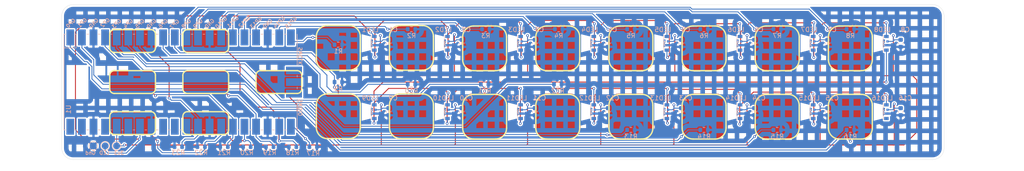
<source format=kicad_pcb>
(kicad_pcb (version 20240108) (generator "pcbnew") (generator_version "8.0")
  (layers (0 "F.Cu" signal) (31 "B.Cu" signal) (34 "B.Paste" user) (35 "F.Paste" user) (36 "B.SilkS" user "B.Silkscreen") (37 "F.SilkS" user "F.Silkscreen") (38 "B.Mask" user) (39 "F.Mask" user) (44 "Edge.Cuts" user))
  (net 0 "")
  (net 1 "GND")
  (net 2 "+3.3V")
  (net 3 "Net-(LED1-DOUT)")
  (net 14 "Net-(LED2-DOUT)")
  (net 15 "Net-(LED3-DOUT)")
  (net 16 "Net-(LED4-DOUT)")
  (net 17 "Net-(LED5-DOUT)")
  (net 18 "Net-(LED6-DOUT)")
  (net 19 "Net-(LED7-DOUT)")
  (net 20 "Net-(LED8-DOUT)")
  (net 21 "Net-(LED10-DIN)")
  (net 22 "Net-(LED10-DOUT)")
  (net 23 "Net-(LED11-DOUT)")
  (net 24 "Net-(LED12-DOUT)")
  (net 25 "Net-(LED13-DOUT)")
  (net 26 "Net-(LED14-DOUT)")
  (net 27 "Net-(LED15-DOUT)")
  (net 29 "/TOUCH1")
  (net 30 "/TOUCH2")
  (net 31 "/TOUCH3")
  (net 32 "/TOUCH4")
  (net 33 "/TOUCH5")
  (net 34 "/TOUCH6")
  (net 35 "/TOUCH7")
  (net 36 "/TOUCH8")
  (net 37 "/TOUCH9")
  (net 38 "/TOUCH10")
  (net 39 "/TOUCH11")
  (net 40 "/TOUCH12")
  (net 41 "/TOUCH13")
  (net 42 "/TOUCH14")
  (net 43 "/TOUCH15")
  (net 44 "/TOUCH16")
  (net 45 "/TOUCH17")
  (net 46 "/TOUCH18")
  (net 47 "/TOUCH19")
  (net 48 "/TOUCH20")
  (net 49 "/TOUCH21")
  (net 50 "/LED_DAT")
  (net 51 "/TOUCH23")
  (net 52 "/TOUCH22")
  (footprint "todbot_stuff:Pad-CapTouch-10x5mm-roundrect" (layer "F.Cu") (at 29.63 54.39)
    (property "Reference" "SW22" (hide yes))
    (property "Value" "1" (hide yes))
  )
  (footprint "todbot_stuff:Pad-CapTouch-10mm-roundrect" (layer "F.Cu") (at 170.63 52.89)
    (property "Reference" "SW15")
    (property "Value" "1")
  )
  (footprint "todbot_stuff:Pad-CapTouch-10x5mm-roundrect" (layer "F.Cu") (at 29.63 45.39)
    (property "Reference" "SW21" (hide yes))
    (property "Value" "1" (hide yes))
  )
  (footprint "todbot_stuff:Pad-CapTouch-10mm-roundrect" (layer "F.Cu") (at 138.63 52.89)
    (property "Reference" "SW13" (hide yes))
    (property "Value" "1" (hide yes))
  )
  (footprint "todbot_stuff:Pad-CapTouch-10x5mm-roundrect" (layer "F.Cu") (at 45.63 54.39)
    (property "Reference" "SW20" (hide yes))
    (property "Value" "1" (hide yes))
  )
  (footprint "todbot_stuff:Pad-CapTouch-10x5mm-roundrect" (layer "F.Cu") (at 29.63 36.39)
    (property "Reference" "SW23" (hide yes))
    (property "Value" "1" (hide yes))
  )
  (footprint "todbot_stuff:Pad-CapTouch-10mm-roundrect" (layer "F.Cu") (at 186.63 37.89 90)
    (property "Reference" "SW8" (hide yes))
    (property "Value" "1" (hide yes))
  )
  (footprint "todbot_stuff:Pad-CapTouch-10mm-roundrect" (layer "F.Cu") (at 122.63 37.89 90)
    (property "Reference" "SW4" (hide yes))
    (property "Value" "1" (hide yes))
  )
  (footprint "todbot_stuff:Pad-CapTouch-10mm-roundrect" (layer "F.Cu") (at 90.63 52.89 90)
    (property "Reference" "SW10" (hide yes))
    (property "Value" "1" (hide yes))
  )
  (footprint "todbot_stuff:Pad-CapTouch-10mm-roundrect" (layer "F.Cu") (at 138.63 37.89 90)
    (property "Reference" "SW5" (hide yes))
    (property "Value" "1" (hide yes))
  )
  (footprint "todbot_stuff:Pad-CapTouch-10mm-roundrect" (layer "F.Cu") (at 154.63 37.89 90)
    (property "Reference" "SW6" (hide yes))
    (property "Value" "1" (hide yes))
  )
  (footprint "todbot_stuff:Pad-CapTouch-10mm-roundrect" (layer "F.Cu") (at 74.63 52.89 90)
    (property "Reference" "SW9" (hide yes))
    (property "Value" "1" (hide yes))
  )
  (footprint "todbot_stuff:Pad-CapTouch-10mm-roundrect" (layer "F.Cu") (at 186.63 52.89)
    (property "Reference" "SW16")
    (property "Value" "1")
  )
  (footprint "todbot_stuff:Pad-CapTouch-10mm-roundrect" (layer "F.Cu") (at 106.63 37.89 90)
    (property "Reference" "SW3" (hide yes))
    (property "Value" "1" (hide yes))
  )
  (footprint "todbot_stuff:Pad-CapTouch-10mm-roundrect" (layer "F.Cu") (at 122.63 52.89 90)
    (property "Reference" "SW12" (hide yes))
    (property "Value" "1" (hide yes))
  )
  (footprint "todbot_stuff:Pad-CapTouch-10mm-roundrect" (layer "F.Cu") (at 154.63 52.89)
    (property "Reference" "SW14" (hide yes))
    (property "Value" "1" (hide yes))
  )
  (footprint "todbot_stuff:Pad-CapTouch-10mm-roundrect" (layer "F.Cu") (at 106.63 52.89 90)
    (property "Reference" "SW11" (hide yes))
    (property "Value" "1" (hide yes))
  )
  (footprint "todbot_stuff:Pad-CapTouch-10x5mm-roundrect" (layer "F.Cu") (at 45.63 36.39)
    (property "Reference" "SW18" (hide yes))
    (property "Value" "1" (hide yes))
  )
  (footprint "todbot_stuff:Pad-CapTouch-10x5mm-roundrect" (layer "F.Cu") (at 61.63 45.39)
    (property "Reference" "SW17" (hide yes))
    (property "Value" "1" (hide yes))
  )
  (footprint "todbot_stuff:Pad-CapTouch-10x5mm-roundrect" (layer "F.Cu") (at 45.63 45.39)
    (property "Reference" "SW19" (hide yes))
    (property "Value" "1" (hide yes))
  )
  (footprint "todbot_stuff:Pad-CapTouch-10mm-roundrect" (layer "F.Cu") (at 170.63 37.89 90)
    (property "Reference" "SW7" (hide yes))
    (property "Value" "1" (hide yes))
  )
  (footprint "todbot_stuff:Pad-CapTouch-10mm-roundrect" (layer "F.Cu") (at 74.63 37.89)
    (property "Reference" "SW1")
    (property "Value" "1")
  )
  (footprint "todbot_stuff:Pad-CapTouch-10mm-roundrect" (layer "F.Cu") (at 90.63 37.89 90)
    (property "Reference" "SW2" (hide yes))
    (property "Value" "1" (hide yes))
  )
  (footprint "todbot_stuff:LED-SMD_4P-L3.2-W1.5_SK6805-EC3210R-keepout" (layer "B.Cu") (at 162.63 36.89 90)
    (property "Reference" "LED6")
    (property "Value" "SK6805-EC3210R" (hide yes))
  )
  (footprint "Capacitor_SMD:C_0603_1608Metric" (layer "B.Cu") (at 165.63 51.89 -90)
    (property "Reference" "C14")
    (property "Value" "100n")
  )
  (footprint "Capacitor_SMD:C_0603_1608Metric" (layer "B.Cu") (at 149.63 36.89 -90)
    (property "Reference" "C5")
    (property "Value" "100n")
  )
  (footprint "Resistor_SMD:R_0603_1608Metric" (layer "B.Cu") (at 74.63 45.39)
    (property "Reference" "R9")
    (property "Value" "1M")
  )
  (footprint "Resistor_SMD:R_0603_1608Metric" (layer "B.Cu") (at 90.63 45.89)
    (property "Reference" "R10")
    (property "Value" "1M")
  )
  (footprint "Resistor_SMD:R_0603_1608Metric" (layer "B.Cu") (at 69.13 59.59)
    (property "Reference" "R17")
    (property "Value" "1M")
  )
  (footprint "todbot_stuff:LED-SMD_4P-L3.2-W1.5_SK6805-EC3210R-keepout" (layer "B.Cu") (at 194.63 51.89 90)
    (property "Reference" "LED16")
    (property "Value" "SK6805-EC3210R" (hide yes))
  )
  (footprint "todbot_stuff:LED-SMD_4P-L3.2-W1.5_SK6805-EC3210R-keepout" (layer "B.Cu") (at 82.63 36.89 90)
    (property "Reference" "LED1")
    (property "Value" "SK6805-EC3210R" (hide yes))
  )
  (footprint "Resistor_SMD:R_0603_1608Metric" (layer "B.Cu") (at 138.63 55.89)
    (property "Reference" "R13")
    (property "Value" "1M")
  )
  (footprint "todbot_stuff:LED-SMD_4P-L3.2-W1.5_SK6805-EC3210R-keepout" (layer "B.Cu") (at 98.63 51.89 90)
    (property "Reference" "LED10")
    (property "Value" "SK6805-EC3210R" (hide yes))
  )
  (footprint "Resistor_SMD:R_0603_1608Metric" (layer "B.Cu") (at 90.63 33.79)
    (property "Reference" "R2")
    (property "Value" "1M")
  )
  (footprint "Resistor_SMD:R_0603_1608Metric" (layer "B.Cu") (at 186.63 33.79)
    (property "Reference" "R8")
    (property "Value" "1M")
  )
  (footprint "Resistor_SMD:R_0603_1608Metric" (layer "B.Cu") (at 154.63 33.79)
    (property "Reference" "R6")
    (property "Value" "1M")
  )
  (footprint "Resistor_SMD:R_0603_1608Metric" (layer "B.Cu") (at 39.63 59.59 180)
    (property "Reference" "R23")
    (property "Value" "1M")
  )
  (footprint "Resistor_SMD:R_0603_1608Metric" (layer "B.Cu") (at 154.63 55.89)
    (property "Reference" "R14")
    (property "Value" "1M")
  )
  (footprint "todbot_stuff:LED-SMD_4P-L3.2-W1.5_SK6805-EC3210R-keepout" (layer "B.Cu") (at 130.63 51.89 90)
    (property "Reference" "LED12")
    (property "Value" "SK6805-EC3210R" (hide yes))
  )
  (footprint "TestPoint:TestPoint_Pad_D1.5mm" (layer "B.Cu") (at 23.63 59.39 -90)
    (property "Reference" "TP3" (hide yes))
    (property "Value" "LED" (hide yes))
  )
  (footprint "todbot_stuff:LED-SMD_4P-L3.2-W1.5_SK6805-EC3210R-keepout" (layer "B.Cu") (at 130.63 36.89 90)
    (property "Reference" "LED4")
    (property "Value" "SK6805-EC3210R" (hide yes))
  )
  (footprint "todbot_stuff:LED-SMD_4P-L3.2-W1.5_SK6805-EC3210R-keepout" (layer "B.Cu") (at 114.63 51.89 90)
    (property "Reference" "LED11")
    (property "Value" "SK6805-EC3210R" (hide yes))
  )
  (footprint "todbot_RPI_Pico:RPi_Pico_SMD" (layer "B.Cu") (at 40.13 45.39 -90)
    (property "Reference" "U1")
    (property "Value" "Pico")
  )
  (footprint "todbot_stuff:LED-SMD_4P-L3.2-W1.5_SK6805-EC3210R-keepout" (layer "B.Cu") (at 178.63 36.89 90)
    (property "Reference" "LED7")
    (property "Value" "SK6805-EC3210R" (hide yes))
  )
  (footprint "todbot_stuff:LED-SMD_4P-L3.2-W1.5_SK6805-EC3210R-keepout" (layer "B.Cu") (at 162.63 51.89 90)
    (property "Reference" "LED14")
    (property "Value" "SK6805-EC3210R" (hide yes))
  )
  (footprint "Resistor_SMD:R_0603_1608Metric" (layer "B.Cu") (at 74.63 37.19)
    (property "Reference" "R1")
    (property "Value" "1M")
  )
  (footprint "Resistor_SMD:R_0603_1608Metric" (layer "B.Cu") (at 106.63 45.89)
    (property "Reference" "R11")
    (property "Value" "1M")
  )
  (footprint "Resistor_SMD:R_0603_1608Metric" (layer "B.Cu") (at 122.63 45.89)
    (property "Reference" "R12")
    (property "Value" "1M")
  )
  (footprint "Capacitor_SMD:C_0603_1608Metric" (layer "B.Cu") (at 85.63 51.89 -90)
    (property "Reference" "C9")
    (property "Value" "100n")
  )
  (footprint "Capacitor_SMD:C_0603_1608Metric" (layer "B.Cu") (at 117.63 36.89 -90)
    (property "Reference" "C3")
    (property "Value" "100n")
  )
  (footprint "Capacitor_SMD:C_0603_1608Metric" (layer "B.Cu") (at 133.63 36.89 -90)
    (property "Reference" "C4")
    (property "Value" "100n")
  )
  (footprint "Capacitor_SMD:C_0603_1608Metric" (layer "B.Cu") (at 197.63 36.89 -90)
    (property "Reference" "C8")
    (property "Value" "100n")
  )
  (footprint "todbot_stuff:LED-SMD_4P-L3.2-W1.5_SK6805-EC3210R-keepout" (layer "B.Cu") (at 194.63 36.89 90)
    (property "Reference" "LED8")
    (property "Value" "SK6805-EC3210R" (hide yes))
  )
  (footprint "todbot_stuff:LED-SMD_4P-L3.2-W1.5_SK6805-EC3210R-keepout" (layer "B.Cu") (at 114.63 36.89 90)
    (property "Reference" "LED3")
    (property "Value" "SK6805-EC3210R" (hide yes))
  )
  (footprint "Resistor_SMD:R_0603_1608Metric" (layer "B.Cu") (at 49.63 59.59 180)
    (property "Reference" "R21")
    (property "Value" "1M")
  )
  (footprint "Resistor_SMD:R_0603_1608Metric" (layer "B.Cu") (at 170.63 55.89)
    (property "Reference" "R15")
    (property "Value" "1M")
  )
  (footprint "todbot_stuff:LED-SMD_4P-L3.2-W1.5_SK6805-EC3210R-keepout" (layer "B.Cu") (at 82.63 51.89 90)
    (property "Reference" "LED9")
    (property "Value" "SK6805-EC3210R" (hide yes))
  )
  (footprint "todbot_stuff:LED-SMD_4P-L3.2-W1.5_SK6805-EC3210R-keepout" (layer "B.Cu") (at 98.63 36.89 90)
    (property "Reference" "LED2")
    (property "Value" "SK6805-EC3210R" (hide yes))
  )
  (footprint "Capacitor_SMD:C_0603_1608Metric" (layer "B.Cu") (at 133.63 51.89 -90)
    (property "Reference" "C12")
    (property "Value" "100n")
  )
  (footprint "Resistor_SMD:R_0603_1608Metric" (layer "B.Cu") (at 122.83 33.79)
    (property "Reference" "R4")
    (property "Value" "1M")
  )
  (footprint "Capacitor_SMD:C_0603_1608Metric" (layer "B.Cu") (at 149.63 51.89 -90)
    (property "Reference" "C13")
    (property "Value" "100n")
  )
  (footprint "todbot_stuff:LED-SMD_4P-L3.2-W1.5_SK6805-EC3210R-keepout" (layer "B.Cu") (at 178.63 51.89 90)
    (property "Reference" "LED15")
    (property "Value" "SK6805-EC3210R" (hide yes))
  )
  (footprint "Resistor_SMD:R_0603_1608Metric" (layer "B.Cu") (at 138.63 33.79)
    (property "Reference" "R5")
    (property "Value" "1M")
  )
  (footprint "Capacitor_SMD:C_0603_1608Metric" (layer "B.Cu") (at 117.63 51.89 -90)
    (property "Reference" "C11")
    (property "Value" "100n")
  )
  (footprint "Capacitor_SMD:C_0603_1608Metric" (layer "B.Cu") (at 85.63 36.89 -90)
    (property "Reference" "C1")
    (property "Value" "100n")
  )
  (footprint "Resistor_SMD:R_0603_1608Metric" (layer "B.Cu") (at 106.89 33.79)
    (property "Reference" "R3")
    (property "Value" "1M")
  )
  (footprint "Resistor_SMD:R_0603_1608Metric" (layer "B.Cu") (at 186.63 55.89)
    (property "Reference" "R16")
    (property "Value" "1M")
  )
  (footprint "Capacitor_SMD:C_0603_1608Metric" (layer "B.Cu") (at 101.63 51.89 -90)
    (property "Reference" "C10")
    (property "Value" "100n")
  )
  (footprint "todbot_stuff:LED-SMD_4P-L3.2-W1.5_SK6805-EC3210R-keepout" (layer "B.Cu") (at 146.63 51.89 90)
    (property "Reference" "LED13")
    (property "Value" "SK6805-EC3210R" (hide yes))
  )
  (footprint "Resistor_SMD:R_0603_1608Metric" (layer "B.Cu") (at 59.63 59.59 180)
    (property "Reference" "R19")
    (property "Value" "1M")
  )
  (footprint "todbot_stuff:LED-SMD_4P-L3.2-W1.5_SK6805-EC3210R-keepout" (layer "B.Cu") (at 146.63 36.89 90)
    (property "Reference" "LED5")
    (property "Value" "SK6805-EC3210R" (hide yes))
  )
  (footprint "Capacitor_SMD:C_0603_1608Metric" (layer "B.Cu") (at 197.63 51.89 -90)
    (property "Reference" "C16")
    (property "Value" "100n")
  )
  (footprint "Capacitor_SMD:C_0603_1608Metric" (layer "B.Cu") (at 181.63 36.89 -90)
    (property "Reference" "C7")
    (property "Value" "100n")
  )
  (footprint "Resistor_SMD:R_0603_1608Metric" (layer "B.Cu") (at 54.63 59.59 180)
    (property "Reference" "R20")
    (property "Value" "1M")
  )
  (footprint "Capacitor_SMD:C_0603_1608Metric" (layer "B.Cu") (at 165.63 36.89 -90)
    (property "Reference" "C6")
    (property "Value" "100n")
  )
  (footprint "Resistor_SMD:R_0603_1608Metric" (layer "B.Cu") (at 170.63 33.79)
    (property "Reference" "R7")
    (property "Value" "1M")
  )
  (footprint "Capacitor_SMD:C_0603_1608Metric" (layer "B.Cu") (at 101.63 36.89 -90)
    (property "Reference" "C2")
    (property "Value" "100n")
  )
  (footprint "TestPoint:TestPoint_Pad_D1.5mm" (layer "B.Cu") (at 26.13 59.39 -90)
    (property "Reference" "TP2" (hide yes))
    (property "Value" "V+" (hide yes))
  )
  (footprint "Capacitor_SMD:C_0603_1608Metric" (layer "B.Cu") (at 181.63 51.89 -90)
    (property "Reference" "C15")
    (property "Value" "100n")
  )
  (footprint "Resistor_SMD:R_0603_1608Metric" (layer "B.Cu") (at 44.63 59.59 180)
    (property "Reference" "R22")
    (property "Value" "1M")
  )
  (footprint "Resistor_SMD:R_0603_1608Metric" (layer "B.Cu") (at 64.63 59.59 180)
    (property "Reference" "R18")
    (property "Value" "1M")
  )
  (footprint "TestPoint:TestPoint_Pad_D1.5mm" (layer "B.Cu") (at 21.03 59.39 -90)
    (property "Reference" "TP1" (hide yes))
    (property "Value" "Gnd" (hide yes))
  )
  (gr_arc (start 181.83 35.49) (mid 182.532944 33.792944) (end 184.23 33.09) (stroke (width 0.3)) (layer "F.SilkS"))
  (gr_arc (start 49.63 42.89) (mid 50.337107 43.182893) (end 50.63 43.89) (stroke (width 0.3)) (layer "F.SilkS"))
  (gr_arc (start 175.43 55.49) (mid 174.727056 57.187056) (end 173.03 57.89) (stroke (width 0.3)) (layer "F.SilkS"))
  (gr_arc (start 77.03 32.99) (mid 78.727056 33.692944) (end 79.43 35.39) (stroke (width 0.3)) (layer "F.SilkS"))
  (gr_line (start 40.63 37.89) (end 40.63 34.89) (stroke (width 0.3)) (layer "F.SilkS"))
  (gr_line (start 56.63 46.89) (end 56.63 43.89) (stroke (width 0.3)) (layer "F.SilkS"))
  (gr_line (start 157.03 57.89) (end 152.23 57.89) (stroke (width 0.3)) (layer "F.SilkS"))
  (gr_line (start 77.03 57.79) (end 72.23 57.79) (stroke (width 0.3)) (layer "F.SilkS"))
  (gr_line (start 168.23 48.09) (end 173.03 48.09) (stroke (width 0.3)) (layer "F.SilkS"))
  (gr_line (start 125.03 57.89) (end 120.23 57.89) (stroke (width 0.3)) (layer "F.SilkS"))
  (gr_line (start 40.63 55.89) (end 40.63 52.89) (stroke (width 0.3)) (layer "F.SilkS"))
  (gr_line (start 127.43 50.49) (end 127.43 55.49) (stroke (width 0.3)) (layer "F.SilkS"))
  (gr_line (start 69.83 55.39) (end 69.83 50.39) (stroke (width 0.3)) (layer "F.SilkS"))
  (gr_line (start 152.23 48.09) (end 157.03 48.09) (stroke (width 0.3)) (layer "F.SilkS"))
  (gr_arc (start 175.43 40.49) (mid 174.727056 42.187056) (end 173.03 42.89) (stroke (width 0.3)) (layer "F.SilkS"))
  (gr_arc (start 33.63 33.89) (mid 34.3371 34.182896) (end 34.63 34.89) (stroke (width 0.3)) (layer "F.SilkS"))
  (gr_arc (start 95.43 55.39) (mid 94.727056 57.087056) (end 93.03 57.79) (stroke (width 0.3)) (layer "F.SilkS"))
  (gr_line (start 181.83 55.49) (end 181.83 50.49) (stroke (width 0.3)) (layer "F.SilkS"))
  (gr_line (start 109.03 57.89) (end 104.23 57.89) (stroke (width 0.3)) (layer "F.SilkS"))
  (gr_arc (start 143.43 40.49) (mid 142.727056 42.187056) (end 141.03 42.89) (stroke (width 0.3)) (layer "F.SilkS"))
  (gr_line (start 101.83 55.49) (end 101.83 50.49) (stroke (width 0.3)) (layer "F.SilkS"))
  (gr_line (start 95.43 50.39) (end 95.43 55.39) (stroke (width 0.3)) (layer "F.SilkS"))
  (gr_line (start 109.03 42.89) (end 104.23 42.89) (stroke (width 0.3)) (layer "F.SilkS"))
  (gr_arc (start 25.63 47.89) (mid 24.922893 47.597107) (end 24.63 46.89) (stroke (width 0.3)) (layer "F.SilkS"))
  (gr_arc (start 191.43 55.49) (mid 190.727056 57.187056) (end 189.03 57.89) (stroke (width 0.3)) (layer "F.SilkS"))
  (gr_arc (start 49.63 51.89) (mid 50.337107 52.182893) (end 50.63 52.89) (stroke (width 0.3)) (layer "F.SilkS"))
  (gr_line (start 41.63 42.89) (end 49.63 42.89) (stroke (width 0.3)) (layer "F.SilkS"))
  (gr_arc (start 34.63 55.89) (mid 34.337107 56.597107) (end 33.63 56.89) (stroke (width 0.3)) (layer "F.SilkS"))
  (gr_arc (start 157.03 48.09) (mid 158.727056 48.792944) (end 159.43 50.49) (stroke (width 0.3)) (layer "F.SilkS"))
  (gr_line (start 49.63 38.89) (end 41.63 38.89) (stroke (width 0.3)) (layer "F.SilkS"))
  (gr_line (start 184.23 48.09) (end 189.03 48.09) (stroke (width 0.3)) (layer "F.SilkS"))
  (gr_line (start 72.23 32.99) (end 77.03 32.99) (stroke (width 0.3)) (layer "F.SilkS"))
  (gr_line (start 24.63 46.89) (end 24.63 43.89) (stroke (width 0.3)) (layer "F.SilkS"))
  (gr_line (start 34.63 34.89) (end 34.63 37.89) (stroke (width 0.3)) (layer "F.SilkS"))
  (gr_arc (start 85.83 35.39) (mid 86.532944 33.692944) (end 88.23 32.99) (stroke (width 0.3)) (layer "F.SilkS"))
  (gr_line (start 141.03 57.89) (end 136.23 57.89) (stroke (width 0.3)) (layer "F.SilkS"))
  (gr_arc (start 141.03 48.09) (mid 142.727056 48.792944) (end 143.43 50.49) (stroke (width 0.3)) (layer "F.SilkS"))
  (gr_arc (start 120.23 57.89) (mid 118.532944 57.187056) (end 117.83 55.49) (stroke (width 0.3)) (layer "F.SilkS"))
  (gr_arc (start 25.63 38.89) (mid 24.922893 38.597107) (end 24.63 37.89) (stroke (width 0.3)) (layer "F.SilkS"))
  (gr_arc (start 40.63 43.89) (mid 40.922893 43.182893) (end 41.63 42.89) (stroke (width 0.3)) (layer "F.SilkS"))
  (gr_arc (start 33.63 42.89) (mid 34.337107 43.182893) (end 34.63 43.89) (stroke (width 0.3)) (layer "F.SilkS"))
  (gr_arc (start 111.43 55.49) (mid 110.727056 57.187056) (end 109.03 57.89) (stroke (width 0.3)) (layer "F.SilkS"))
  (gr_arc (start 79.43 55.39) (mid 78.727056 57.087056) (end 77.03 57.79) (stroke (width 0.3)) (layer "F.SilkS"))
  (gr_arc (start 149.83 50.49) (mid 150.532944 48.792944) (end 152.23 48.09) (stroke (width 0.3)) (layer "F.SilkS"))
  (gr_line (start 25.63 51.89) (end 33.63 51.89) (stroke (width 0.3)) (layer "F.SilkS"))
  (gr_arc (start 69.83 35.39) (mid 70.532944 33.692944) (end 72.23 32.99) (stroke (width 0.3)) (layer "F.SilkS"))
  (gr_arc (start 41.63 38.89) (mid 40.922893 38.597107) (end 40.63 37.89) (stroke (width 0.3)) (layer "F.SilkS"))
  (gr_line (start 93.03 42.79) (end 88.23 42.79) (stroke (width 0.3)) (layer "F.SilkS"))
  (gr_line (start 184.23 33.09) (end 189.03 33.09) (stroke (width 0.3)) (layer "F.SilkS"))
  (gr_line (start 189.03 57.89) (end 184.23 57.89) (stroke (width 0.3)) (layer "F.SilkS"))
  (gr_arc (start 159.43 40.49) (mid 158.727056 42.187056) (end 157.03 42.89) (stroke (width 0.3)) (layer "F.SilkS"))
  (gr_line (start 165.83 40.49) (end 165.83 35.49) (stroke (width 0.3)) (layer "F.SilkS"))
  (gr_line (start 50.63 34.89) (end 50.63 37.89) (stroke (width 0.3)) (layer "F.SilkS"))
  (gr_line (start 125.03 42.89) (end 120.23 42.89) (stroke (width 0.3)) (layer "F.SilkS"))
  (gr_line (start 33.63 47.89) (end 25.63 47.89) (stroke (width 0.3)) (layer "F.SilkS"))
  (gr_line (start 104.23 48.09) (end 109.03 48.09) (stroke (width 0.3)) (layer "F.SilkS"))
  (gr_arc (start 33.63 51.89) (mid 34.337107 52.182893) (end 34.63 52.89) (stroke (width 0.3)) (layer "F.SilkS"))
  (gr_line (start 33.63 56.89) (end 25.63 56.89) (stroke (width 0.3)) (layer "F.SilkS"))
  (gr_line (start 69.83 40.39) (end 69.83 35.39) (stroke (width 0.3)) (layer "F.SilkS"))
  (gr_line (start 79.43 50.39) (end 79.43 55.39) (stroke (width 0.3)) (layer "F.SilkS"))
  (gr_line (start 173.03 42.89) (end 168.23 42.89) (stroke (width 0.3)) (layer "F.SilkS"))
  (gr_line (start 95.43 35.39) (end 95.43 40.39) (stroke (width 0.3)) (layer "F.SilkS"))
  (gr_line (start 111.43 50.49) (end 111.43 55.49) (stroke (width 0.3)) (layer "F.SilkS"))
  (gr_line (start 65.63 47.89) (end 57.63 47.89) (stroke (width 0.3)) (layer "F.SilkS"))
  (gr_arc (start 191.43 40.49) (mid 190.727056 42.187056) (end 189.03 42.89) (stroke (width 0.3)) (layer "F.SilkS"))
  (gr_arc (start 24.63 34.89) (mid 24.922893 34.182893) (end 25.63 33.89) (stroke (width 0.3)) (layer "F.SilkS"))
  (gr_arc (start 111.43 40.49) (mid 110.727056 42.187056) (end 109.03 42.89) (stroke (width 0.3)) (layer "F.SilkS"))
  (gr_line (start 189.03 42.89) (end 184.23 42.89) (stroke (width 0.3)) (layer "F.SilkS"))
  (gr_line (start 173.03 57.89) (end 168.23 57.89) (stroke (width 0.3)) (layer "F.SilkS"))
  (gr_arc (start 127.43 40.49) (mid 126.727056 42.187056) (end 125.03 42.89) (stroke (width 0.3)) (layer "F.SilkS"))
  (gr_line (start 117.83 40.49) (end 117.83 35.49) (stroke (width 0.3)) (layer "F.SilkS"))
  (gr_line (start 72.23 47.99) (end 77.03 47.99) (stroke (width 0.3)) (layer "F.SilkS"))
  (gr_line (start 168.23 33.09) (end 173.03 33.09) (stroke (width 0.3)) (layer "F.SilkS"))
  (gr_line (start 157.03 42.89) (end 152.23 42.89) (stroke (width 0.3)) (layer "F.SilkS"))
  (gr_arc (start 104.23 42.89) (mid 102.532944 42.187056) (end 101.83 40.49) (stroke (width 0.3)) (layer "F.SilkS"))
  (gr_arc (start 143.43 55.49) (mid 142.727056 57.187056) (end 141.03 57.89) (stroke (width 0.3)) (layer "F.SilkS"))
  (gr_arc (start 34.63 37.89) (mid 34.337105 38.597105) (end 33.63 38.89) (stroke (width 0.3)) (layer "F.SilkS"))
  (gr_arc (start 41.63 47.89) (mid 40.922893 47.597107) (end 40.63 46.89) (stroke (width 0.3)) (layer "F.SilkS"))
  (gr_arc (start 72.23 57.79) (mid 70.532944 57.087056) (end 69.83 55.39) (stroke (width 0.3)) (layer "F.SilkS"))
  (gr_arc (start 66.63 46.89) (mid 66.337107 47.597107) (end 65.63 47.89) (stroke (width 0.3)) (layer "F.SilkS"))
  (gr_arc (start 49.63 33.89) (mid 50.337107 34.182893) (end 50.63 34.89) (stroke (width 0.3)) (layer "F.SilkS"))
  (gr_arc (start 181.83 50.49) (mid 182.532944 48.792944) (end 184.23 48.09) (stroke (width 0.3)) (layer "F.SilkS"))
  (gr_line (start 25.63 33.89) (end 33.63 33.89) (stroke (width 0.3)) (layer "F.SilkS"))
  (gr_arc (start 173.03 33.09) (mid 174.727056 33.792944) (end 175.43 35.49) (stroke (width 0.3)) (layer "F.SilkS"))
  (gr_arc (start 104.23 57.89) (mid 102.532944 57.187056) (end 101.83 55.49) (stroke (width 0.3)) (layer "F.SilkS"))
  (gr_line (start 88.23 47.99) (end 93.03 47.99) (stroke (width 0.3)) (layer "F.SilkS"))
  (gr_line (start 57.63 42.89) (end 65.63 42.89) (stroke (width 0.3)) (layer "F.SilkS"))
  (gr_arc (start 40.63 52.89) (mid 40.922893 52.182893) (end 41.63 51.89) (stroke (width 0.3)) (layer "F.SilkS"))
  (gr_line (start 101.83 40.49) (end 101.83 35.49) (stroke (width 0.3)) (layer "F.SilkS"))
  (gr_line (start 49.63 47.89) (end 41.63 47.89) (stroke (width 0.3)) (layer "F.SilkS"))
  (gr_line (start 141.03 42.89) (end 136.23 42.89) (stroke (width 0.3)) (layer "F.SilkS"))
  (gr_arc (start 24.63 52.89) (mid 24.922893 52.182893) (end 25.63 51.89) (stroke (width 0.3)) (layer "F.SilkS"))
  (gr_arc (start 120.23 42.89) (mid 118.532944 42.187056) (end 117.83 40.49) (stroke (width 0.3)) (layer "F.SilkS"))
  (gr_line (start 24.63 37.89) (end 24.63 34.89) (stroke (width 0.3)) (layer "F.SilkS"))
  (gr_line (start 41.63 51.89) (end 49.63 51.89) (stroke (width 0.3)) (layer "F.SilkS"))
  (gr_arc (start 101.83 35.49) (mid 102.532944 33.792944) (end 104.23 33.09) (stroke (width 0.3)) (layer "F.SilkS"))
  (gr_line (start 136.23 33.09) (end 141.03 33.09) (stroke (width 0.3)) (layer "F.SilkS"))
  (gr_arc (start 159.43 55.49) (mid 158.727056 57.187056) (end 157.03 57.89) (stroke (width 0.3)) (layer "F.SilkS"))
  (gr_line (start 143.43 35.49) (end 143.43 40.49) (stroke (width 0.3)) (layer "F.SilkS"))
  (gr_arc (start 152.23 57.89) (mid 150.532944 57.187056) (end 149.83 55.49) (stroke (width 0.3)) (layer "F.SilkS"))
  (gr_line (start 50.63 43.89) (end 50.63 46.89) (stroke (width 0.3)) (layer "F.SilkS"))
  (gr_arc (start 168.23 42.89) (mid 166.532944 42.187056) (end 165.83 40.49) (stroke (width 0.3)) (layer "F.SilkS"))
  (gr_arc (start 41.63 56.89) (mid 40.922893 56.597107) (end 40.63 55.89) (stroke (width 0.3)) (layer "F.SilkS"))
  (gr_arc (start 65.63 42.89) (mid 66.337107 43.182893) (end 66.63 43.89) (stroke (width 0.3)) (layer "F.SilkS"))
  (gr_arc (start 69.83 50.39) (mid 70.532944 48.692944) (end 72.23 47.99) (stroke (width 0.3)) (layer "F.SilkS"))
  (gr_arc (start 136.23 42.89) (mid 134.532944 42.187056) (end 133.83 40.49) (stroke (width 0.3)) (layer "F.SilkS"))
  (gr_arc (start 152.23 42.89) (mid 150.532944 42.187056) (end 149.83 40.49) (stroke (width 0.3)) (layer "F.SilkS"))
  (gr_arc (start 133.83 35.49) (mid 134.532944 33.792944) (end 136.23 33.09) (stroke (width 0.3)) (layer "F.SilkS"))
  (gr_line (start 175.43 50.49) (end 175.43 55.49) (stroke (width 0.3)) (layer "F.SilkS"))
  (gr_arc (start 24.63 43.89) (mid 24.922893 43.182893) (end 25.63 42.89) (stroke (width 0.3)) (layer "F.SilkS"))
  (gr_line (start 85.83 55.39) (end 85.83 50.39) (stroke (width 0.3)) (layer "F.SilkS"))
  (gr_line (start 159.43 35.49) (end 159.43 40.49) (stroke (width 0.3)) (layer "F.SilkS"))
  (gr_arc (start 88.23 42.79) (mid 86.532944 42.087056) (end 85.83 40.39) (stroke (width 0.3)) (layer "F.SilkS"))
  (gr_arc (start 189.03 48.09) (mid 190.727056 48.792944) (end 191.43 50.49) (stroke (width 0.3)) (layer "F.SilkS"))
  (gr_line (start 24.63 55.89) (end 24.63 52.89) (stroke (width 0.3)) (layer "F.SilkS"))
  (gr_line (start 111.43 35.49) (end 111.43 40.49) (stroke (width 0.3)) (layer "F.SilkS"))
  (gr_line (start 152.23 33.09) (end 157.03 33.09) (stroke (width 0.3)) (layer "F.SilkS"))
  (gr_arc (start 88.23 57.79) (mid 86.532944 57.087056) (end 85.83 55.39) (stroke (width 0.3)) (layer "F.SilkS"))
  (gr_arc (start 125.03 48.09) (mid 126.727056 48.792944) (end 127.43 50.49) (stroke (width 0.3)) (layer "F.SilkS"))
  (gr_line (start 34.63 52.89) (end 34.63 55.89) (stroke (width 0.3)) (layer "F.SilkS"))
  (gr_line (start 175.43 35.49) (end 175.43 40.49) (stroke (width 0.3)) (layer "F.SilkS"))
  (gr_line (start 120.23 48.09) (end 125.03 48.09) (stroke (width 0.3)) (layer "F.SilkS"))
  (gr_arc (start 189.03 33.09) (mid 190.727056 33.792944) (end 191.43 35.49) (stroke (width 0.3)) (layer "F.SilkS"))
  (gr_arc (start 50.63 37.89) (mid 50.337107 38.597107) (end 49.63 38.89) (stroke (width 0.3)) (layer "F.SilkS"))
  (gr_line (start 181.83 40.49) (end 181.83 35.49) (stroke (width 0.3)) (layer "F.SilkS"))
  (gr_line (start 104.23 33.09) (end 109.03 33.09) (stroke (width 0.3)) (layer "F.SilkS"))
  (gr_line (start 40.63 46.89) (end 40.63 43.89) (stroke (width 0.3)) (layer "F.SilkS"))
  (gr_arc (start 127.43 55.49) (mid 126.727056 57.187056) (end 125.03 57.89) (stroke (width 0.3)) (layer "F.SilkS"))
  (gr_line (start 159.43 50.49) (end 159.43 55.49) (stroke (width 0.3)) (layer "F.SilkS"))
  (gr_line (start 143.43 50.49) (end 143.43 55.49) (stroke (width 0.3)) (layer "F.SilkS"))
  (gr_arc (start 117.83 35.49) (mid 118.532944 33.792944) (end 120.23 33.09) (stroke (width 0.3)) (layer "F.SilkS"))
  (gr_arc (start 136.23 57.89) (mid 134.532944 57.187056) (end 133.83 55.49) (stroke (width 0.3)) (layer "F.SilkS"))
  (gr_line (start 120.23 33.09) (end 125.03 33.09) (stroke (width 0.3)) (layer "F.SilkS"))
  (gr_arc (start 79.43 40.39) (mid 78.727056 42.087056) (end 77.03 42.79) (stroke (width 0.3)) (layer "F.SilkS"))
  (gr_arc (start 25.63 56.89) (mid 24.922893 56.597107) (end 24.63 55.89) (stroke (width 0.3)) (layer "F.SilkS"))
  (gr_line (start 77.03 42.79) (end 72.23 42.79) (stroke (width 0.3)) (layer "F.SilkS"))
  (gr_line (start 133.83 40.49) (end 133.83 35.49) (stroke (width 0.3)) (layer "F.SilkS"))
  (gr_arc (start 109.03 48.09) (mid 110.727056 48.792944) (end 111.43 50.49) (stroke (width 0.3)) (layer "F.SilkS"))
  (gr_arc (start 72.23 42.79) (mid 70.532944 42.087056) (end 69.83 40.39) (stroke (width 0.3)) (layer "F.SilkS"))
  (gr_line (start 34.63 43.89) (end 34.63 46.89) (stroke (width 0.3)) (layer "F.SilkS"))
  (gr_arc (start 40.63 34.89) (mid 40.922893 34.182893) (end 41.63 33.89) (stroke (width 0.3)) (layer "F.SilkS"))
  (gr_arc (start 168.23 57.89) (mid 166.532944 57.187056) (end 165.83 55.49) (stroke (width 0.3)) (layer "F.SilkS"))
  (gr_arc (start 117.83 50.49) (mid 118.532944 48.792944) (end 120.23 48.09) (stroke (width 0.3)) (layer "F.SilkS"))
  (gr_arc (start 101.83 50.49) (mid 102.532944 48.792944) (end 104.23 48.09) (stroke (width 0.3)) (layer "F.SilkS"))
  (gr_arc (start 165.83 50.49) (mid 166.532944 48.792944) (end 168.23 48.09) (stroke (width 0.3)) (layer "F.SilkS"))
  (gr_arc (start 165.83 35.49) (mid 166.532944 33.792944) (end 168.23 33.09) (stroke (width 0.3)) (layer "F.SilkS"))
  (gr_arc (start 157.03 33.09) (mid 158.727056 33.792944) (end 159.43 35.49) (stroke (width 0.3)) (layer "F.SilkS"))
  (gr_line (start 127.43 35.49) (end 127.43 40.49) (stroke (width 0.3)) (layer "F.SilkS"))
  (gr_arc (start 50.63 46.89) (mid 50.337107 47.597107) (end 49.63 47.89) (stroke (width 0.3)) (layer "F.SilkS"))
  (gr_arc (start 57.63 47.89) (mid 56.922893 47.597107) (end 56.63 46.89) (stroke (width 0.3)) (layer "F.SilkS"))
  (gr_arc (start 77.03 47.99) (mid 78.727056 48.692944) (end 79.43 50.39) (stroke (width 0.3)) (layer "F.SilkS"))
  (gr_line (start 133.83 55.49) (end 133.83 50.49) (stroke (width 0.3)) (layer "F.SilkS"))
  (gr_line (start 85.83 40.39) (end 85.83 35.39) (stroke (width 0.3)) (layer "F.SilkS"))
  (gr_arc (start 93.03 32.99) (mid 94.727056 33.692944) (end 95.43 35.39) (stroke (width 0.3)) (layer "F.SilkS"))
  (gr_line (start 33.63 38.89) (end 25.63 38.89) (stroke (width 0.3)) (layer "F.SilkS"))
  (gr_arc (start 109.03 33.09) (mid 110.727056 33.792944) (end 111.43 35.49) (stroke (width 0.3)) (layer "F.SilkS"))
  (gr_line (start 25.63 42.89) (end 33.63 42.89) (stroke (width 0.3)) (layer "F.SilkS"))
  (gr_line (start 149.83 40.49) (end 149.83 35.49) (stroke (width 0.3)) (layer "F.SilkS"))
  (gr_arc (start 184.23 57.89) (mid 182.532944 57.187056) (end 181.83 55.49) (stroke (width 0.3)) (layer "F.SilkS"))
  (gr_arc (start 184.23 42.89) (mid 182.532944 42.187056) (end 181.83 40.49) (stroke (width 0.3)) (layer "F.SilkS"))
  (gr_arc (start 34.63 46.89) (mid 34.337107 47.597107) (end 33.63 47.89) (stroke (width 0.3)) (layer "F.SilkS"))
  (gr_arc (start 149.83 35.49) (mid 150.532944 33.792944) (end 152.23 33.09) (stroke (width 0.3)) (layer "F.SilkS"))
  (gr_arc (start 56.63 43.89) (mid 56.922893 43.182893) (end 57.63 42.89) (stroke (width 0.3)) (layer "F.SilkS"))
  (gr_arc (start 93.03 47.99) (mid 94.727056 48.692944) (end 95.43 50.39) (stroke (width 0.3)) (layer "F.SilkS"))
  (gr_line (start 66.63 43.89) (end 66.63 46.89) (stroke (width 0.3)) (layer "F.SilkS"))
  (gr_line (start 136.23 48.09) (end 141.03 48.09) (stroke (width 0.3)) (layer "F.SilkS"))
  (gr_arc (start 173.03 48.09) (mid 174.727056 48.792944) (end 175.43 50.49) (stroke (width 0.3)) (layer "F.SilkS"))
  (gr_line (start 93.03 57.79) (end 88.23 57.79) (stroke (width 0.3)) (layer "F.SilkS"))
  (gr_line (start 50.63 52.89) (end 50.63 55.89) (stroke (width 0.3)) (layer "F.SilkS"))
  (gr_arc (start 95.43 40.39) (mid 94.727056 42.087056) (end 93.03 42.79) (stroke (width 0.3)) (layer "F.SilkS"))
  (gr_line (start 149.83 55.49) (end 149.83 50.49) (stroke (width 0.3)) (layer "F.SilkS"))
  (gr_line (start 41.63 33.89) (end 49.63 33.89) (stroke (width 0.3)) (layer "F.SilkS"))
  (gr_line (start 191.43 35.49) (end 191.43 40.49) (stroke (width 0.3)) (layer "F.SilkS"))
  (gr_arc (start 141.03 33.09) (mid 142.727056 33.792944) (end 143.43 35.49) (stroke (width 0.3)) (layer "F.SilkS"))
  (gr_line (start 191.43 50.49) (end 191.43 55.49) (stroke (width 0.3)) (layer "F.SilkS"))
  (gr_arc (start 50.63 55.89) (mid 50.337107 56.597107) (end 49.63 56.89) (stroke (width 0.3)) (layer "F.SilkS"))
  (gr_arc (start 85.83 50.39) (mid 86.532944 48.692944) (end 88.23 47.99) (stroke (width 0.3)) (layer "F.SilkS"))
  (gr_line (start 165.83 55.49) (end 165.83 50.49) (stroke (width 0.3)) (layer "F.SilkS"))
  (gr_line (start 88.23 32.99) (end 93.03 32.99) (stroke (width 0.3)) (layer "F.SilkS"))
  (gr_line (start 79.43 35.39) (end 79.43 40.39) (stroke (width 0.3)) (layer "F.SilkS"))
  (gr_arc (start 125.03 33.09) (mid 126.727056 33.792944) (end 127.43 35.49) (stroke (width 0.3)) (layer "F.SilkS"))
  (gr_line (start 117.83 55.49) (end 117.83 50.49) (stroke (width 0.3)) (layer "F.SilkS"))
  (gr_arc (start 133.83 50.49) (mid 134.532944 48.792944) (end 136.23 48.09) (stroke (width 0.3)) (layer "F.SilkS"))
  (gr_line (start 49.63 56.89) (end 41.63 56.89) (stroke (width 0.3)) (layer "F.SilkS"))
  (gr_arc (start 14.13 30.89) (mid 14.862233 29.122233) (end 16.63 28.39) (stroke (width 0.05)) (layer "Edge.Cuts"))
  (gr_line (start 16.63 28.39) (end 204.63 28.39) (stroke (width 0.05)) (layer "Edge.Cuts"))
  (gr_arc (start 207.13 59.89) (mid 206.397767 61.657767) (end 204.63 62.39) (stroke (width 0.05)) (layer "Edge.Cuts"))
  (gr_line (start 207.13 30.89) (end 207.13 59.89) (stroke (width 0.05)) (layer "Edge.Cuts"))
  (gr_arc (start 16.63 62.39) (mid 14.862233 61.657767) (end 14.13 59.89) (stroke (width 0.05)) (layer "Edge.Cuts"))
  (gr_arc (start 204.63 28.39) (mid 206.397767 29.122233) (end 207.13 30.89) (stroke (width 0.05)) (layer "Edge.Cuts"))
  (gr_line (start 204.63 62.39) (end 16.63 62.39) (stroke (width 0.05)) (layer "Edge.Cuts"))
  (gr_line (start 14.13 59.89) (end 14.13 30.89) (stroke (width 0.05)) (layer "Edge.Cuts"))
  (gr_text "Gnd" (at 21.63 61.39 0) (layer "B.SilkS") (effects (font (size 0.8 0.8) (thickness 0.15) (bold yes)) (justify left bottom mirror)))
  (gr_text "3v3" (at 27.83 61.39 0) (layer "B.SilkS") (effects (font (size 0.8 0.8) (thickness 0.15) (bold yes)) (justify left bottom mirror)))
  (gr_text "LED" (at 24.63 61.39 0) (layer "B.SilkS") (effects (font (size 0.8 0.8) (thickness 0.15) (bold yes)) (justify left bottom mirror)))
  (segment (start 58.455 59.89) (end 58.455 59.215) (width 0.2) (layer "B.Cu") (net 1))
  (segment (start 132.03 43.99) (end 148.23 43.99) (width 0.2) (layer "F.Cu") (net 2))
  (segment (start 201.13 56.39) (end 201.13 44.89) (width 0.2) (layer "F.Cu") (net 2))
  (segment (start 148.23 43.99) (end 164.03 43.99) (width 0.2) (layer "F.Cu") (net 2))
  (segment (start 84.03 50.39) (end 84.03 59.19) (width 0.2) (layer "F.Cu") (net 2))
  (segment (start 132.03 50.39) (end 132.03 59.19) (width 0.2) (layer "F.Cu") (net 2))
  (segment (start 100.23 58.99) (end 100.03 59.19) (width 0.2) (layer "F.Cu") (net 2))
  (segment (start 180.03 43.99) (end 196.03 43.99) (width 0.2) (layer "F.Cu") (net 2))
  (segment (start 100.03 59.19) (end 115.83 59.19) (width 0.2) (layer "F.Cu") (net 2))
  (segment (start 180.03 59.19) (end 196.03 59.19) (width 0.2) (layer "F.Cu") (net 2))
  (segment (start 116.03 50.39) (end 116.03 58.99) (width 0.2) (layer "F.Cu") (net 2))
  (segment (start 164.03 50.39) (end 164.03 58.99) (width 0.2) (layer "F.Cu") (net 2))
  (segment (start 27.83 59.19) (end 84.03 59.19) (width 0.2) (layer "F.Cu") (net 2))
  (segment (start 148.03 50.39) (end 148.03 58.99) (width 0.2) (layer "F.Cu") (net 2))
  (segment (start 83.83 35.19) (end 83.83 43.79) (width 0.2) (layer "F.Cu") (net 2))
  (segment (start 196.03 59.19) (end 198.33 59.19) (width 0.2) (layer "F.Cu") (net 2))
  (segment (start 180.03 35.19) (end 180.03 43.99) (width 0.2) (layer "F.Cu") (net 2))
  (segment (start 196.23 50.19) (end 196.23 58.99) (width 0.2) (layer "F.Cu") (net 2))
  (segment (start 164.03 35.19) (end 164.03 43.99) (width 0.2) (layer "F.Cu") (net 2))
  (segment (start 147.83 59.19) (end 163.83 59.19) (width 0.2) (layer "F.Cu") (net 2))
  (segment (start 84.03 59.19) (end 100.03 59.19) (width 0.2) (layer "F.Cu") (net 2))
  (segment (start 100.23 50.39) (end 100.23 58.99) (width 0.2) (layer "F.Cu") (net 2))
  (segment (start 132.03 59.19) (end 147.83 59.19) (width 0.2) (layer "F.Cu") (net 2))
  (segment (start 115.83 59.19) (end 132.03 59.19) (width 0.2) (layer "F.Cu") (net 2))
  (segment (start 200.23 43.99) (end 196.03 43.99) (width 0.2) (layer "F.Cu") (net 2))
  (segment (start 164.03 43.99) (end 180.03 43.99) (width 0.2) (layer "F.Cu") (net 2))
  (segment (start 163.83 59.19) (end 180.03 59.19) (width 0.2) (layer "F.Cu") (net 2))
  (segment (start 164.03 58.99) (end 163.83 59.19) (width 0.2) (layer "F.Cu") (net 2))
  (segment (start 100.03 34.99) (end 100.03 43.99) (width 0.2) (layer "F.Cu") (net 2))
  (segment (start 132.03 35.19) (end 132.03 43.99) (width 0.2) (layer "F.Cu") (net 2))
  (segment (start 180.03 50.39) (end 180.03 59.19) (width 0.2) (layer "F.Cu") (net 2))
  (segment (start 83.83 43.79) (end 84.03 43.99) (width 0.2) (layer "F.Cu") (net 2))
  (segment (start 196.03 35.19) (end 196.03 43.99) (width 0.2) (layer "F.Cu") (net 2))
  (segment (start 198.33 59.19) (end 201.13 56.39) (width 0.2) (layer "F.Cu") (net 2))
  (segment (start 116.03 35.19) (end 116.03 43.99) (width 0.2) (layer "F.Cu") (net 2))
  (segment (start 148.23 35.19) (end 148.23 43.99) (width 0.2) (layer "F.Cu") (net 2))
  (segment (start 84.03 43.99) (end 116.03 43.99) (width 0.2) (layer "F.Cu") (net 2))
  (segment (start 201.13 44.89) (end 200.23 43.99) (width 0.2) (layer "F.Cu") (net 2))
  (segment (start 116.03 43.99) (end 132.03 43.99) (width 0.2) (layer "F.Cu") (net 2))
  (segment (start 196.23 58.99) (end 196.03 59.19) (width 0.2) (layer "F.Cu") (net 2))
  (segment (start 116.03 58.99) (end 115.83 59.19) (width 0.2) (layer "F.Cu") (net 2))
  (segment (start 148.03 58.99) (end 147.83 59.19) (width 0.2) (layer "F.Cu") (net 2))
  (via (at 84.03 50.39) (size 0.6) (drill 0.3) (layers "F.Cu" "B.Cu") (net 2))
  (via (at 196.03 35.19) (size 0.6) (drill 0.3) (layers "F.Cu" "B.Cu") (net 2))
  (via (at 148.23 35.19) (size 0.6) (drill 0.3) (layers "F.Cu" "B.Cu") (net 2))
  (via (at 116.03 35.19) (size 0.6) (drill 0.3) (layers "F.Cu" "B.Cu") (net 2))
  (via (at 100.23 50.39) (size 0.6) (drill 0.3) (layers "F.Cu" "B.Cu") (net 2))
  (via (at 27.83 59.19) (size 0.6) (drill 0.3) (layers "F.Cu" "B.Cu") (net 2))
  (via (at 164.03 35.19) (size 0.6) (drill 0.3) (layers "F.Cu" "B.Cu") (net 2))
  (via (at 132.03 50.39) (size 0.6) (drill 0.3) (layers "F.Cu" "B.Cu") (net 2))
  (via (at 132.03 35.19) (size 0.6) (drill 0.3) (layers "F.Cu" "B.Cu") (net 2))
  (via (at 148.03 50.39) (size 0.6) (drill 0.3) (layers "F.Cu" "B.Cu") (net 2))
  (via (at 196.23 50.19) (size 0.6) (drill 0.3) (layers "F.Cu" "B.Cu") (net 2))
  (via (at 83.83 35.19) (size 0.6) (drill 0.3) (layers "F.Cu" "B.Cu") (net 2))
  (via (at 116.03 50.39) (size 0.6) (drill 0.3) (layers "F.Cu" "B.Cu") (net 2))
  (via (at 180.03 50.39) (size 0.6) (drill 0.3) (layers "F.Cu" "B.Cu") (net 2))
  (via (at 180.03 35.19) (size 0.6) (drill 0.3) (layers "F.Cu" "B.Cu") (net 2))
  (via (at 164.03 50.39) (size 0.6) (drill 0.3) (layers "F.Cu" "B.Cu") (net 2))
  (via (at 100.03 34.99) (size 0.6) (drill 0.3) (layers "F.Cu" "B.Cu") (net 2))
  (segment (start 132.03 50.39) (end 132.03 51.45) (width 0.2) (layer "B.Cu") (net 2))
  (segment (start 83.83 35.19) (end 83.83 36.47) (width 0.2) (layer "B.Cu") (net 2))
  (segment (start 164.405 36.115) (end 165.63 36.115) (width 0.2) (layer "B.Cu") (net 2))
  (segment (start 148.105 36.315) (end 148.23 36.19) (width 0.2) (layer "B.Cu") (net 2))
  (segment (start 194.75 36.47) (end 195.95 36.47) (width 0.2) (layer "B.Cu") (net 2))
  (segment (start 82.75 51.47) (end 83.95 51.47) (width 0.2) (layer "B.Cu") (net 2))
  (segment (start 132.405 51.115) (end 133.63 51.115) (width 0.2) (layer "B.Cu") (net 2))
  (segment (start 100.23 51.19) (end 99.95 51.47) (width 0.2) (layer "B.Cu") (net 2))
  (segment (start 83.95 51.47) (end 84.305 51.115) (width 0.2) (layer "B.Cu") (net 2))
  (segment (start 115.95 36.47) (end 116.03 36.39) (width 0.2) (layer "B.Cu") (net 2))
  (segment (start 195.95 51.47) (end 196.03 51.39) (width 0.2) (layer "B.Cu") (net 2))
  (segment (start 100.15 36.47) (end 100.505 36.115) (width 0.2) (layer "B.Cu") (net 2))
  (segment (start 179.88 51.44) (end 180.03 51.29) (width 0.2) (layer "B.Cu") (net 2))
  (segment (start 148.23 36.19) (end 148.23 35.19) (width 0.2) (layer "B.Cu") (net 2))
  (segment (start 148.03 50.39) (end 148.03 51.19) (width 0.2) (layer "B.Cu") (net 2))
  (segment (start 98.75 51.47) (end 99.95 51.47) (width 0.2) (layer "B.Cu") (net 2))
  (segment (start 180.03 36.115) (end 181.63 36.115) (width 0.2) (layer "B.Cu") (net 2))
  (segment (start 116.305 36.115) (end 117.63 36.115) (width 0.2) (layer "B.Cu") (net 2))
  (segment (start 196.03 51.39) (end 196.03 50.39) (width 0.2) (layer "B.Cu") (net 2))
  (segment (start 114.75 36.47) (end 115.95 36.47) (width 0.2) (layer "B.Cu") (net 2))
  (segment (start 148.03 51.19) (end 147.75 51.47) (width 0.2) (layer "B.Cu") (net 2))
  (segment (start 163.75 51.47) (end 163.95 51.47) (width 0.2) (layer "B.Cu") (net 2))
  (segment (start 132.305 36.115) (end 133.63 36.115) (width 0.2) (layer "B.Cu") (net 2))
  (segment (start 146.75 36.47) (end 147.95 36.47) (width 0.2) (layer "B.Cu") (net 2))
  (segment (start 115.75 51.47) (end 116.105 51.115) (width 0.2) (layer "B.Cu") (net 2))
  (segment (start 100.305 51.115) (end 101.63 51.115) (width 0.2) (layer "B.Cu") (net 2))
  (segment (start 180.03 36.115) (end 180.03 35.19) (width 0.2) (layer "B.Cu") (net 2))
  (segment (start 164.305 51.115) (end 165.63 51.115) (width 0.2) (layer "B.Cu") (net 2))
  (segment (start 147.75 51.47) (end 148.105 51.115) (width 0.2) (layer "B.Cu") (net 2))
  (segment (start 196.305 36.115) (end 197.63 36.115) (width 0.2) (layer "B.Cu") (net 2))
  (segment (start 84.03 50.39) (end 83.95 50.47) (width 0.2) (layer "B.Cu") (net 2))
  (segment (start 99.83 35.19) (end 100.03 34.99) (width 0.2) (layer "B.Cu") (net 2))
  (segment (start 99.83 36.47) (end 99.83 35.19) (width 0.2) (layer "B.Cu") (net 2))
  (segment (start 130.75 36.47) (end 131.95 36.47) (width 0.2) (layer "B.Cu") (net 2))
  (segment (start 195.95 36.47) (end 196.03 36.39) (width 0.2) (layer "B.Cu") (net 2))
  (segment (start 99.95 51.47) (end 100.305 51.115) (width 0.2) (layer "B.Cu") (net 2))
  (segment (start 195.95 51.47) (end 196.305 51.115) (width 0.2) (layer "B.Cu") (net 2))
  (segment (start 178.75 51.47) (end 179.85 51.47) (width 0.2) (layer "B.Cu") (net 2))
  (segment (start 116.03 51.19) (end 115.75 51.47) (width 0.2) (layer "B.Cu") (net 2))
  (segment (start 116.03 36.39) (end 116.03 35.19) (width 0.2) (layer "B.Cu") (net 2))
  (segment (start 148.105 36.315) (end 148.305 36.115) (width 0.2) (layer "B.Cu") (net 2))
  (segment (start 180.205 51.115) (end 181.63 51.115) (width 0.2) (layer "B.Cu") (net 2))
  (segment (start 164.03 50.39) (end 164.03 51.19) (width 0.2) (layer "B.Cu") (net 2))
  (segment (start 194.75 51.47) (end 195.95 51.47) (width 0.2) (layer "B.Cu") (net 2))
  (segment (start 179.88 51.44) (end 180.205 51.115) (width 0.2) (layer "B.Cu") (net 2))
  (segment (start 196.03 50.39) (end 196.23 50.19) (width 0.2) (layer "B.Cu") (net 2))
  (segment (start 148.305 36.115) (end 149.63 36.115) (width 0.2) (layer "B.Cu") (net 2))
  (segment (start 114.75 51.47) (end 115.75 51.47) (width 0.2) (layer "B.Cu") (net 2))
  (segment (start 195.95 36.47) (end 196.305 36.115) (width 0.2) (layer "B.Cu") (net 2))
  (segment (start 99.83 36.47) (end 100.15 36.47) (width 0.2) (layer "B.Cu") (net 2))
  (segment (start 180.03 51.29) (end 180.03 50.39) (width 0.2) (layer "B.Cu") (net 2))
  (segment (start 84.305 51.115) (end 85.63 51.115) (width 0.2) (layer "B.Cu") (net 2))
  (segment (start 179.55 36.47) (end 179.905 36.115) (width 0.2) (layer "B.Cu") (net 2))
  (segment (start 179.905 36.115) (end 180.03 36.115) (width 0.2) (layer "B.Cu") (net 2))
  (segment (start 116.03 36.39) (end 116.305 36.115) (width 0.2) (layer "B.Cu") (net 2))
  (segment (start 98.75 36.47) (end 99.83 36.47) (width 0.2) (layer "B.Cu") (net 2))
  (segment (start 130.75 51.47) (end 132.05 51.47) (width 0.2) (layer "B.Cu") (net 2))
  (segment (start 164.03 51.19) (end 163.75 51.47) (width 0.2) (layer "B.Cu") (net 2))
  (segment (start 100.23 50.39) (end 100.23 51.19) (width 0.2) (layer "B.Cu") (net 2))
  (segment (start 147.95 36.47) (end 148.105 36.315) (width 0.2) (layer "B.Cu") (net 2))
  (segment (start 148.105 51.115) (end 149.63 51.115) (width 0.2) (layer "B.Cu") (net 2))
  (segment (start 132.05 51.47) (end 132.405 51.115) (width 0.2) (layer "B.Cu") (net 2))
  (segment (start 132.03 36.39) (end 132.03 35.19) (width 0.2) (layer "B.Cu") (net 2))
  (segment (start 132.03 51.45) (end 132.05 51.47) (width 0.2) (layer "B.Cu") (net 2))
  (segment (start 27.63 59.39) (end 26.19 59.39) (width 0.2) (layer "B.Cu") (net 2))
  (segment (start 146.75 51.47) (end 147.75 51.47) (width 0.2) (layer "B.Cu") (net 2))
  (segment (start 162.75 36.47) (end 164.05 36.47) (width 0.2) (layer "B.Cu") (net 2))
  (segment (start 26.16 59.36) (end 26.16 54.28) (width 0.2) (layer "B.Cu") (net 2))
  (segment (start 27.83 59.19) (end 27.63 59.39) (width 0.2) (layer "B.Cu") (net 2))
  (segment (start 84.43 36.115) (end 85.63 36.115) (width 0.2) (layer "B.Cu") (net 2))
  (segment (start 83.83 36.47) (end 84.075 36.47) (width 0.2) (layer "B.Cu") (net 2))
  (segment (start 179.85 51.47) (end 179.88 51.44) (width 0.2) (layer "B.Cu") (net 2))
  (segment (start 178.75 36.47) (end 179.55 36.47) (width 0.2) (layer "B.Cu") (net 2))
  (segment (start 26.19 59.39) (end 26.16 59.36) (width 0.2) (layer "B.Cu") (net 2))
  (segment (start 163.95 51.47) (end 164.305 51.115) (width 0.2) (layer "B.Cu") (net 2))
  (segment (start 164.05 36.47) (end 164.405 36.115) (width 0.2) (layer "B.Cu") (net 2))
  (segment (start 116.03 50.39) (end 116.03 51.19) (width 0.2) (layer "B.Cu") (net 2))
  (segment (start 164.03 36.45) (end 164.03 35.19) (width 0.2) (layer "B.Cu") (net 2))
  (segment (start 84.075 36.47) (end 84.43 36.115) (width 0.2) (layer "B.Cu") (net 2))
  (segment (start 196.03 36.39) (end 196.03 35.19) (width 0.2) (layer "B.Cu") (net 2))
  (segment (start 164.05 36.47) (end 164.03 36.45) (width 0.2) (layer "B.Cu") (net 2))
  (segment (start 162.75 51.47) (end 163.75 51.47) (width 0.2) (layer "B.Cu") (net 2))
  (segment (start 82.75 36.47) (end 83.83 36.47) (width 0.2) (layer "B.Cu") (net 2))
  (segment (start 132.03 36.39) (end 132.305 36.115) (width 0.2) (layer "B.Cu") (net 2))
  (segment (start 100.505 36.115) (end 101.63 36.115) (width 0.2) (layer "B.Cu") (net 2))
  (segment (start 131.95 36.47) (end 132.03 36.39) (width 0.2) (layer "B.Cu") (net 2))
  (segment (start 83.95 50.47) (end 83.95 51.47) (width 0.2) (layer "B.Cu") (net 2))
  (segment (start 116.105 51.115) (end 117.63 51.115) (width 0.2) (layer "B.Cu") (net 2))
  (segment (start 196.305 51.115) (end 197.63 51.115) (width 0.2) (layer "B.Cu") (net 2))
  (segment (start 84.63 31.89) (end 82.63 33.89) (width 0.2) (layer "F.Cu") (net 3))
  (segment (start 98.51 33.39) (end 97.01 31.89) (width 0.2) (layer "F.Cu") (net 3))
  (segment (start 82.63 33.89) (end 82.63 39.89) (width 0.2) (layer "F.Cu") (net 3))
  (segment (start 97.01 31.89) (end 84.63 31.89) (width 0.2) (layer "F.Cu") (net 3))
  (via (at 82.63 39.89) (size 0.6) (drill 0.3) (layers "F.Cu" "B.Cu") (net 3))
  (via (at 98.51 33.39) (size 0.6) (drill 0.3) (layers "F.Cu" "B.Cu") (net 3))
  (segment (start 98.51 33.39) (end 98.51 35.39) (width 0.2) (layer "B.Cu") (net 3))
  (segment (start 82.51 38.39) (end 82.51 39.77) (width 0.2) (layer "B.Cu") (net 3))
  (segment (start 82.51 39.77) (end 82.63 39.89) (width 0.2) (layer "B.Cu") (net 3))
  (segment (start 114.51 32.59) (end 113.81 31.89) (width 0.2) (layer "F.Cu") (net 14))
  (segment (start 98.63 34.89) (end 98.63 39.89) (width 0.2) (layer "F.Cu") (net 14))
  (segment (start 113.81 31.89) (end 101.63 31.89) (width 0.2) (layer "F.Cu") (net 14))
  (segment (start 101.63 31.89) (end 98.63 34.89) (width 0.2) (layer "F.Cu") (net 14))
  (via (at 98.63 39.89) (size 0.6) (drill 0.3) (layers "F.Cu" "B.Cu") (net 14))
  (via (at 114.51 32.59) (size 0.6) (drill 0.3) (layers "F.Cu" "B.Cu") (net 14))
  (segment (start 114.51 32.59) (end 114.51 35.39) (width 0.2) (layer "B.Cu") (net 14))
  (segment (start 98.51 39.77) (end 98.63 39.89) (width 0.2) (layer "B.Cu") (net 14))
  (segment (start 98.51 38.39) (end 98.51 39.77) (width 0.2) (layer "B.Cu") (net 14))
  (segment (start 114.63 34.39) (end 114.63 39.89) (width 0.2) (layer "F.Cu") (net 15))
  (segment (start 130.63 32.59) (end 129.93 31.89) (width 0.2) (layer "F.Cu") (net 15))
  (segment (start 129.93 31.89) (end 117.13 31.89) (width 0.2) (layer "F.Cu") (net 15))
  (segment (start 117.13 31.89) (end 114.63 34.39) (width 0.2) (layer "F.Cu") (net 15))
  (via (at 114.63 39.89) (size 0.6) (drill 0.3) (layers "F.Cu" "B.Cu") (net 15))
  (via (at 130.63 32.59) (size 0.6) (drill 0.3) (layers "F.Cu" "B.Cu") (net 15))
  (segment (start 130.63 32.59) (end 130.63 35.27) (width 0.2) (layer "B.Cu") (net 15))
  (segment (start 114.51 39.77) (end 114.63 39.89) (width 0.2) (layer "B.Cu") (net 15))
  (segment (start 130.63 35.27) (end 130.51 35.39) (width 0.2) (layer "B.Cu") (net 15))
  (segment (start 114.51 38.39) (end 114.51 39.77) (width 0.2) (layer "B.Cu") (net 15))
  (segment (start 133.13 31.89) (end 130.63 34.39) (width 0.2) (layer "F.Cu") (net 16))
  (segment (start 146.51 32.59) (end 145.81 31.89) (width 0.2) (layer "F.Cu") (net 16))
  (segment (start 130.63 34.39) (end 130.63 39.89) (width 0.2) (layer "F.Cu") (net 16))
  (segment (start 145.81 31.89) (end 133.13 31.89) (width 0.2) (layer "F.Cu") (net 16))
  (via (at 130.63 39.89) (size 0.6) (drill 0.3) (layers "F.Cu" "B.Cu") (net 16))
  (via (at 146.51 32.59) (size 0.6) (drill 0.3) (layers "F.Cu" "B.Cu") (net 16))
  (segment (start 146.51 32.59) (end 146.51 35.39) (width 0.2) (layer "B.Cu") (net 16))
  (segment (start 130.51 39.77) (end 130.63 39.89) (width 0.2) (layer "B.Cu") (net 16))
  (segment (start 130.51 38.39) (end 130.51 39.77) (width 0.2) (layer "B.Cu") (net 16))
  (segment (start 148.23 32.59) (end 162.43 32.59) (width 0.2) (layer "F.Cu") (net 17))
  (segment (start 146.63 39.99) (end 147.03 39.59) (width 0.2) (layer "F.Cu") (net 17))
  (segment (start 147.03 33.79) (end 148.23 32.59) (width 0.2) (layer "F.Cu") (net 17))
  (segment (start 147.03 39.59) (end 147.03 33.79) (width 0.2) (layer "F.Cu") (net 17))
  (via (at 146.63 39.99) (size 0.6) (drill 0.3) (layers "F.Cu" "B.Cu") (net 17))
  (via (at 162.43 32.59) (size 0.6) (drill 0.3) (layers "F.Cu" "B.Cu") (net 17))
  (segment (start 146.51 39.87) (end 146.63 39.99) (width 0.2) (layer "B.Cu") (net 17))
  (segment (start 146.51 38.39) (end 146.51 39.87) (width 0.2) (layer "B.Cu") (net 17))
  (segment (start 162.43 32.59) (end 162.51 32.67) (width 0.2) (layer "B.Cu") (net 17))
  (segment (start 162.51 32.67) (end 162.51 35.39) (width 0.2) (layer "B.Cu") (net 17))
  (segment (start 178.63 32.39) (end 164.63 32.39) (width 0.2) (layer "F.Cu") (net 18))
  (segment (start 164.63 32.39) (end 162.63 34.39) (width 0.2) (layer "F.Cu") (net 18))
  (segment (start 162.63 34.39) (end 162.63 39.99) (width 0.2) (layer "F.Cu") (net 18))
  (via (at 162.63 39.99) (size 0.6) (drill 0.3) (layers "F.Cu" "B.Cu") (net 18))
  (via (at 178.63 32.39) (size 0.6) (drill 0.3) (layers "F.Cu" "B.Cu") (net 18))
  (segment (start 178.63 32.39) (end 178.63 35.27) (width 0.2) (layer "B.Cu") (net 18))
  (segment (start 178.63 35.27) (end 178.51 35.39) (width 0.2) (layer "B.Cu") (net 18))
  (segment (start 162.51 39.87) (end 162.63 39.99) (width 0.2) (layer "B.Cu") (net 18))
  (segment (start 162.51 38.39) (end 162.51 39.87) (width 0.2) (layer "B.Cu") (net 18))
  (segment (start 180.83 32.39) (end 194.43 32.39) (width 0.2) (layer "F.Cu") (net 19))
  (segment (start 178.63 34.59) (end 180.83 32.39) (width 0.2) (layer "F.Cu") (net 19))
  (segment (start 178.63 39.99) (end 178.63 34.59) (width 0.2) (layer "F.Cu") (net 19))
  (via (at 178.63 39.99) (size 0.6) (drill 0.3) (layers "F.Cu" "B.Cu") (net 19))
  (via (at 194.43 32.39) (size 0.6) (drill 0.3) (layers "F.Cu" "B.Cu") (net 19))
  (segment (start 194.43 32.39) (end 194.51 32.47) (width 0.2) (layer "B.Cu") (net 19))
  (segment (start 194.51 32.47) (end 194.51 35.39) (width 0.2) (layer "B.Cu") (net 19))
  (segment (start 178.51 38.39) (end 178.51 39.87) (width 0.2) (layer "B.Cu") (net 19))
  (segment (start 178.51 39.87) (end 178.63 39.99) (width 0.2) (layer "B.Cu") (net 19))
  (segment (start 194.43 45.39) (end 84.43 45.39) (width 0.2) (layer "F.Cu") (net 20))
  (segment (start 84.43 45.39) (end 82.43 47.39) (width 0.2) (layer "F.Cu") (net 20))
  (segment (start 82.43 47.39) (end 82.43 48.99) (width 0.2) (layer "F.Cu") (net 20))
  (via (at 194.43 45.39) (size 0.6) (drill 0.3) (layers "F.Cu" "B.Cu") (net 20))
  (via (at 82.43 48.99) (size 0.6) (drill 0.3) (layers "F.Cu" "B.Cu") (net 20))
  (segment (start 194.43 45.39) (end 194.51 45.31) (width 0.2) (layer "B.Cu") (net 20))
  (segment (start 194.51 45.31) (end 194.51 38.39) (width 0.2) (layer "B.Cu") (net 20))
  (segment (start 82.51 49.07) (end 82.43 48.99) (width 0.2) (layer "B.Cu") (net 20))
  (segment (start 82.51 50.39) (end 82.51 49.07) (width 0.2) (layer "B.Cu") (net 20))
  (segment (start 82.43 49.99) (end 85.63 46.79) (width 0.2) (layer "F.Cu") (net 21))
  (segment (start 85.63 46.79) (end 97.63 46.79) (width 0.2) (layer "F.Cu") (net 21))
  (segment (start 82.43 54.39) (end 82.43 49.99) (width 0.2) (layer "F.Cu") (net 21))
  (segment (start 97.63 46.79) (end 98.63 47.79) (width 0.2) (layer "F.Cu") (net 21))
  (via (at 82.43 54.39) (size 0.6) (drill 0.3) (layers "F.Cu" "B.Cu") (net 21))
  (via (at 98.63 47.79) (size 0.6) (drill 0.3) (layers "F.Cu" "B.Cu") (net 21))
  (segment (start 82.51 53.39) (end 82.51 54.31) (width 0.2) (layer "B.Cu") (net 21))
  (segment (start 98.63 47.79) (end 98.63 48.39) (width 0.2) (layer "B.Cu") (net 21))
  (segment (start 82.51 54.31) (end 82.43 54.39) (width 0.2) (layer "B.Cu") (net 21))
  (segment (start 98.51 48.51) (end 98.51 50.39) (width 0.2) (layer "B.Cu") (net 21))
  (segment (start 98.63 48.39) (end 98.51 48.51) (width 0.2) (layer "B.Cu") (net 21))
  (segment (start 98.43 49.29) (end 98.43 54.49) (width 0.2) (layer "F.Cu") (net 22))
  (segment (start 100.93 46.79) (end 98.43 49.29) (width 0.2) (layer "F.Cu") (net 22))
  (segment (start 114.51 46.79) (end 100.93 46.79) (width 0.2) (layer "F.Cu") (net 22))
  (via (at 98.43 54.49) (size 0.6) (drill 0.3) (layers "F.Cu" "B.Cu") (net 22))
  (via (at 114.51 46.79) (size 0.6) (drill 0.3) (layers "F.Cu" "B.Cu") (net 22))
  (segment (start 114.51 46.79) (end 114.51 50.39) (width 0.2) (layer "B.Cu") (net 22))
  (segment (start 98.51 53.39) (end 98.51 54.41) (width 0.2) (layer "B.Cu") (net 22))
  (segment (start 98.51 54.41) (end 98.43 54.49) (width 0.2) (layer "B.Cu") (net 22))
  (segment (start 114.43 49.49) (end 114.43 54.49) (width 0.2) (layer "F.Cu") (net 23))
  (segment (start 117.13 46.79) (end 114.43 49.49) (width 0.2) (layer "F.Cu") (net 23))
  (segment (start 130.51 46.79) (end 117.13 46.79) (width 0.2) (layer "F.Cu") (net 23))
  (via (at 114.43 54.49) (size 0.6) (drill 0.3) (layers "F.Cu" "B.Cu") (net 23))
  (via (at 130.51 46.79) (size 0.6) (drill 0.3) (layers "F.Cu" "B.Cu") (net 23))
  (segment (start 114.51 53.39) (end 114.51 54.41) (width 0.2) (layer "B.Cu") (net 23))
  (segment (start 114.51 54.41) (end 114.43 54.49) (width 0.2) (layer "B.Cu") (net 23))
  (segment (start 130.51 46.79) (end 130.51 50.39) (width 0.2) (layer "B.Cu") (net 23))
  (segment (start 132.23 46.79) (end 130.63 48.39) (width 0.2) (layer "F.Cu") (net 24))
  (segment (start 130.63 54.27) (end 130.51 54.39) (width 0.2) (layer "F.Cu") (net 24))
  (segment (start 146.53 46.79) (end 132.23 46.79) (width 0.2) (layer "F.Cu") (net 24))
  (segment (start 146.63 46.89) (end 146.53 46.79) (width 0.2) (layer "F.Cu") (net 24))
  (segment (start 130.63 48.39) (end 130.63 54.27) (width 0.2) (layer "F.Cu") (net 24))
  (via (at 130.51 54.39) (size 0.6) (drill 0.3) (layers "F.Cu" "B.Cu") (net 24))
  (via (at 146.63 46.89) (size 0.6) (drill 0.3) (layers "F.Cu" "B.Cu") (net 24))
  (segment (start 146.63 46.89) (end 146.51 47.01) (width 0.2) (layer "B.Cu") (net 24))
  (segment (start 130.51 54.39) (end 130.51 53.39) (width 0.2) (layer "B.Cu") (net 24))
  (segment (start 146.51 47.01) (end 146.51 50.39) (width 0.2) (layer "B.Cu") (net 24))
  (segment (start 148.03 46.99) (end 146.63 48.39) (width 0.2) (layer "F.Cu") (net 25))
  (segment (start 146.63 48.39) (end 146.63 54.39) (width 0.2) (layer "F.Cu") (net 25))
  (segment (start 162.51 47.99) (end 161.51 46.99) (width 0.2) (layer "F.Cu") (net 25))
  (segment (start 161.51 46.99) (end 148.03 46.99) (width 0.2) (layer "F.Cu") (net 25))
  (via (at 162.51 47.99) (size 0.6) (drill 0.3) (layers "F.Cu" "B.Cu") (net 25))
  (via (at 146.63 54.39) (size 0.6) (drill 0.3) (layers "F.Cu" "B.Cu") (net 25))
  (segment (start 146.51 53.39) (end 146.51 54.27) (width 0.2) (layer "B.Cu") (net 25))
  (segment (start 146.51 54.27) (end 146.63 54.39) (width 0.2) (layer "B.Cu") (net 25))
  (segment (start 162.51 47.99) (end 162.51 50.39) (width 0.2) (layer "B.Cu") (net 25))
  (segment (start 162.43 50.59) (end 165.43 47.59) (width 0.2) (layer "F.Cu") (net 26))
  (segment (start 178.03 47.59) (end 178.43 47.99) (width 0.2) (layer "F.Cu") (net 26))
  (segment (start 165.43 47.59) (end 178.03 47.59) (width 0.2) (layer "F.Cu") (net 26))
  (segment (start 162.43 54.59) (end 162.43 50.59) (width 0.2) (layer "F.Cu") (net 26))
  (via (at 162.43 54.59) (size 0.6) (drill 0.3) (layers "F.Cu" "B.Cu") (net 26))
  (via (at 178.43 47.99) (size 0.6) (drill 0.3) (layers "F.Cu" "B.Cu") (net 26))
  (segment (start 178.43 47.99) (end 178.43 48.59) (width 0.2) (layer "B.Cu") (net 26))
  (segment (start 162.51 54.51) (end 162.43 54.59) (width 0.2) (layer "B.Cu") (net 26))
  (segment (start 178.43 48.59) (end 178.51 48.67) (width 0.2) (layer "B.Cu") (net 26))
  (segment (start 178.51 48.67) (end 178.51 50.39) (width 0.2) (layer "B.Cu") (net 26))
  (segment (start 162.51 53.39) (end 162.51 54.51) (width 0.2) (layer "B.Cu") (net 26))
  (segment (start 193.83 47.59) (end 194.43 48.19) (width 0.2) (layer "F.Cu") (net 27))
  (segment (start 179.83 47.59) (end 193.83 47.59) (width 0.2) (layer "F.Cu") (net 27))
  (segment (start 178.63 48.79) (end 179.83 47.59) (width 0.2) (layer "F.Cu") (net 27))
  (segment (start 178.63 54.59) (end 178.63 48.79) (width 0.2) (layer "F.Cu") (net 27))
  (via (at 178.63 54.59) (size 0.6) (drill 0.3) (layers "F.Cu" "B.Cu") (net 27))
  (via (at 194.43 48.19) (size 0.6) (drill 0.3) (layers "F.Cu" "B.Cu") (net 27))
  (segment (start 178.51 53.39) (end 178.51 54.47) (width 0.2) (layer "B.Cu") (net 27))
  (segment (start 178.51 54.47) (end 178.63 54.59) (width 0.2) (layer "B.Cu") (net 27))
  (segment (start 194.43 48.19) (end 194.51 48.27) (width 0.2) (layer "B.Cu") (net 27))
  (segment (start 194.51 48.27) (end 194.51 50.39) (width 0.2) (layer "B.Cu") (net 27))
  (segment (start 71.83 35.59) (end 74.13 37.89) (width 0.2) (layer "F.Cu") (net 29))
  (segment (start 69.03 35.59) (end 71.83 35.59) (width 0.2) (layer "F.Cu") (net 29))
  (segment (start 74.13 37.89) (end 74.63 37.89) (width 0.2) (layer "F.Cu") (net 29))
  (via (at 69.03 35.59) (size 0.6) (drill 0.3) (layers "F.Cu" "B.Cu") (net 29))
  (segment (start 69.03 35.59) (end 67.83 35.59) (width 0.2) (layer "B.Cu") (net 29))
  (segment (start 67.83 35.59) (end 66.92 36.5) (width 0.2) (layer "B.Cu") (net 29))
  (segment (start 72.205 35.59) (end 73.805 37.19) (width 0.2) (layer "B.Cu") (net 29))
  (segment (start 69.03 35.59) (end 72.205 35.59) (width 0.2) (layer "B.Cu") (net 29))
  (segment (start 66.92 36.5) (end 64.26 36.5) (width 0.2) (layer "B.Cu") (net 29))
  (segment (start 86.23 33.79) (end 90.33 37.89) (width 0.2) (layer "F.Cu") (net 30))
  (segment (start 90.33 37.89) (end 90.63 37.89) (width 0.2) (layer "F.Cu") (net 30))
  (segment (start 85.43 33.79) (end 86.23 33.79) (width 0.2) (layer "F.Cu") (net 30))
  (via (at 85.43 33.79) (size 0.6) (drill 0.3) (layers "F.Cu" "B.Cu") (net 30))
  (segment (start 85.43 33.79) (end 84.83 33.19) (width 0.2) (layer "B.Cu") (net 30))
  (segment (start 62.03 33.19) (end 61.72 33.5) (width 0.2) (layer "B.Cu") (net 30))
  (segment (start 85.43 33.79) (end 89.805 33.79) (width 0.2) (layer "B.Cu") (net 30))
  (segment (start 84.83 33.19) (end 62.03 33.19) (width 0.2) (layer "B.Cu") (net 30))
  (segment (start 61.72 33.5) (end 61.72 36.5) (width 0.2) (layer "B.Cu") (net 30))
  (segment (start 101.63 33.79) (end 102.43 33.79) (width 0.2) (layer "F.Cu") (net 31))
  (segment (start 106.53 37.89) (end 106.63 37.89) (width 0.2) (layer "F.Cu") (net 31))
  (segment (start 102.43 33.79) (end 106.53 37.89) (width 0.2) (layer "F.Cu") (net 31))
  (via (at 101.63 33.79) (size 0.6) (drill 0.3) (layers "F.Cu" "B.Cu") (net 31))
  (segment (start 56.64 33.18) (end 56.64 36.5) (width 0.2) (layer "B.Cu") (net 31))
  (segment (start 106.065 33.79) (end 101.63 33.79) (width 0.2) (layer "B.Cu") (net 31))
  (segment (start 100.23 32.39) (end 57.43 32.39) (width 0.2) (layer "B.Cu") (net 31))
  (segment (start 57.43 32.39) (end 56.64 33.18) (width 0.2) (layer "B.Cu") (net 31))
  (segment (start 101.63 33.79) (end 100.23 32.39) (width 0.2) (layer "B.Cu") (net 31))
  (segment (start 121.93 37.89) (end 122.63 37.89) (width 0.2) (layer "F.Cu") (net 32))
  (segment (start 117.63 33.59) (end 121.93 37.89) (width 0.2) (layer "F.Cu") (net 32))
  (via (at 117.63 33.59) (size 0.6) (drill 0.3) (layers "F.Cu" "B.Cu") (net 32))
  (segment (start 54.1 32.12) (end 54.1 36.5) (width 0.2) (layer "B.Cu") (net 32))
  (segment (start 117.83 33.79) (end 115.03 30.99) (width 0.2) (layer "B.Cu") (net 32))
  (segment (start 122.005 33.79) (end 117.83 33.79) (width 0.2) (layer "B.Cu") (net 32))
  (segment (start 55.23 30.99) (end 54.1 32.12) (width 0.2) (layer "B.Cu") (net 32))
  (segment (start 115.03 30.99) (end 55.23 30.99) (width 0.2) (layer "B.Cu") (net 32))
  (segment (start 133.63 33.79) (end 134.03 33.79) (width 0.2) (layer "F.Cu") (net 33))
  (segment (start 134.03 33.79) (end 138.13 37.89) (width 0.2) (layer "F.Cu") (net 33))
  (segment (start 138.13 37.89) (end 138.63 37.89) (width 0.2) (layer "F.Cu") (net 33))
  (via (at 133.63 33.79) (size 0.6) (drill 0.3) (layers "F.Cu" "B.Cu") (net 33))
  (segment (start 52.73 30.39) (end 51.56 31.56) (width 0.2) (layer "B.Cu") (net 33))
  (segment (start 133.63 33.79) (end 130.23 30.39) (width 0.2) (layer "B.Cu") (net 33))
  (segment (start 130.23 30.39) (end 52.73 30.39) (width 0.2) (layer "B.Cu") (net 33))
  (segment (start 133.63 33.79) (end 137.805 33.79) (width 0.2) (layer "B.Cu") (net 33))
  (segment (start 51.56 31.56) (end 51.56 36.5) (width 0.2) (layer "B.Cu") (net 33))
  (segment (start 153.93 37.89) (end 149.63 33.59) (width 0.2) (layer "F.Cu") (net 34))
  (segment (start 154.63 37.89) (end 153.93 37.89) (width 0.2) (layer "F.Cu") (net 34))
  (via (at 149.63 33.59) (size 0.6) (drill 0.3) (layers "F.Cu" "B.Cu") (net 34))
  (segment (start 149.83 33.79) (end 146.03 29.99) (width 0.2) (layer "B.Cu") (net 34))
  (segment (start 153.805 33.79) (end 149.83 33.79) (width 0.2) (layer "B.Cu") (net 34))
  (segment (start 146.03 29.99) (end 50.53 29.99) (width 0.2) (layer "B.Cu") (net 34))
  (segment (start 49.02 31.5) (end 49.02 36.5) (width 0.2) (layer "B.Cu") (net 34))
  (segment (start 149.63 33.59) (end 149.83 33.79) (width 0.2) (layer "B.Cu") (net 34))
  (segment (start 50.53 29.99) (end 49.02 31.5) (width 0.2) (layer "B.Cu") (net 34))
  (segment (start 169.73 37.89) (end 165.63 33.79) (width 0.2) (layer "F.Cu") (net 35))
  (segment (start 170.63 37.89) (end 169.73 37.89) (width 0.2) (layer "F.Cu") (net 35))
  (via (at 165.63 33.79) (size 0.6) (drill 0.3) (layers "F.Cu" "B.Cu") (net 35))
  (segment (start 169.805 33.79) (end 165.83 33.79) (width 0.2) (layer "B.Cu") (net 35))
  (segment (start 152.03 29.99) (end 151.43 29.39) (width 0.2) (layer "B.Cu") (net 35))
  (segment (start 162.03 29.99) (end 152.03 29.99) (width 0.2) (layer "B.Cu") (net 35))
  (segment (start 151.43 29.39) (end 46.13 29.39) (width 0.2) (layer "B.Cu") (net 35))
  (segment (start 43.94 31.58) (end 43.94 36.5) (width 0.2) (layer "B.Cu") (net 35))
  (segment (start 165.63 33.79) (end 169.805 33.79) (width 0.2) (layer "B.Cu") (net 35))
  (segment (start 165.83 33.79) (end 162.03 29.99) (width 0.2) (layer "B.Cu") (net 35))
  (segment (start 46.13 29.39) (end 43.94 31.58) (width 0.2) (layer "B.Cu") (net 35))
  (segment (start 186.13 37.89) (end 186.63 37.89) (width 0.2) (layer "F.Cu") (net 36))
  (segment (start 181.63 33.79) (end 182.03 33.79) (width 0.2) (layer "F.Cu") (net 36))
  (segment (start 182.03 33.79) (end 186.13 37.89) (width 0.2) (layer "F.Cu") (net 36))
  (via (at 181.63 33.79) (size 0.6) (drill 0.3) (layers "F.Cu" "B.Cu") (net 36))
  (segment (start 41.4 31.55) (end 41.4 36.5) (width 0.2) (layer "B.Cu") (net 36))
  (segment (start 181.63 33.79) (end 185.805 33.79) (width 0.2) (layer "B.Cu") (net 36))
  (segment (start 43.96 28.99) (end 41.4 31.55) (width 0.2) (layer "B.Cu") (net 36))
  (segment (start 151.595686 28.99) (end 43.96 28.99) (width 0.2) (layer "B.Cu") (net 36))
  (segment (start 181.63 33.79) (end 181.63 33.39) (width 0.2) (layer "B.Cu") (net 36))
  (segment (start 177.63 29.39) (end 151.995686 29.39) (width 0.2) (layer "B.Cu") (net 36))
  (segment (start 181.63 33.39) (end 177.63 29.39) (width 0.2) (layer "B.Cu") (net 36))
  (segment (start 151.995686 29.39) (end 151.595686 28.99) (width 0.2) (layer "B.Cu") (net 36))
  (segment (start 74.63 52.89) (end 74.63 47.39) (width 0.2) (layer "F.Cu") (net 37))
  (segment (start 74.63 47.39) (end 73.78 46.54) (width 0.2) (layer "F.Cu") (net 37))
  (via (at 73.78 46.54) (size 0.6) (drill 0.3) (layers "F.Cu" "B.Cu") (net 37))
  (segment (start 73.78 44.04) (end 68.73 38.99) (width 0.2) (layer "B.Cu") (net 37))
  (segment (start 68.73 38.99) (end 40.03 38.99) (width 0.2) (layer "B.Cu") (net 37))
  (segment (start 38.86 37.82) (end 38.86 36.5) (width 0.2) (layer "B.Cu") (net 37))
  (segment (start 73.78 46.54) (end 73.78 44.04) (width 0.2) (layer "B.Cu") (net 37))
  (segment (start 40.03 38.99) (end 38.86 37.82) (width 0.2) (layer "B.Cu") (net 37))
  (segment (start 73.78 45.415) (end 73.805 45.39) (width 0.2) (layer "B.Cu") (net 37))
  (segment (start 90.63 52.89) (end 90.63 47.427928) (width 0.2) (layer "F.Cu") (net 38))
  (segment (start 90.63 47.427928) (end 90.592072 47.39) (width 0.2) (layer "F.Cu") (net 38))
  (via (at 90.592072 47.39) (size 0.6) (drill 0.3) (layers "F.Cu" "B.Cu") (net 38))
  (segment (start 89.805 45.89) (end 81.13 45.89) (width 0.2) (layer "B.Cu") (net 38))
  (segment (start 89.805 46.965) (end 89.805 45.89) (width 0.2) (layer "B.Cu") (net 38))
  (segment (start 72.13 46.39) (end 72.13 43.88) (width 0.2) (layer "B.Cu") (net 38))
  (segment (start 73.33 47.59) (end 72.13 46.39) (width 0.2) (layer "B.Cu") (net 38))
  (segment (start 37.83 39.59) (end 36.32 38.08) (width 0.2) (layer "B.Cu") (net 38))
  (segment (start 90.23 47.39) (end 89.805 46.965) (width 0.2) (layer "B.Cu") (net 38))
  (segment (start 90.592072 47.39) (end 90.23 47.39) (width 0.2) (layer "B.Cu") (net 38))
  (segment (start 36.32 38.08) (end 36.32 36.5) (width 0.2) (layer "B.Cu") (net 38))
  (segment (start 79.43 47.59) (end 73.33 47.59) (width 0.2) (layer "B.Cu") (net 38))
  (segment (start 81.13 45.89) (end 79.43 47.59) (width 0.2) (layer "B.Cu") (net 38))
  (segment (start 67.84 39.59) (end 37.83 39.59) (width 0.2) (layer "B.Cu") (net 38))
  (segment (start 72.13 43.88) (end 67.84 39.59) (width 0.2) (layer "B.Cu") (net 38))
  (segment (start 106.63 52.89) (end 106.63 47.39) (width 0.2) (layer "F.Cu") (net 39))
  (via (at 106.63 47.39) (size 0.6) (drill 0.3) (layers "F.Cu" "B.Cu") (net 39))
  (segment (start 105.805 45.89) (end 94.63 45.89) (width 0.2) (layer "B.Cu") (net 39))
  (segment (start 33.63 40.19) (end 31.24 37.8) (width 0.2) (layer "B.Cu") (net 39))
  (segment (start 31.24 37.8) (end 31.24 36.5) (width 0.2) (layer "B.Cu") (net 39))
  (segment (start 94.63 45.89) (end 92.33 48.19) (width 0.2) (layer "B.Cu") (net 39))
  (segment (start 70.63 43.64) (end 67.18 40.19) (width 0.2) (layer "B.Cu") (net 39))
  (segment (start 92.33 48.19) (end 72.364314 48.19) (width 0.2) (layer "B.Cu") (net 39))
  (segment (start 70.63 46.455686) (end 70.63 43.64) (width 0.2) (layer "B.Cu") (net 39))
  (segment (start 106.63 47.39) (end 106.63 46.715) (width 0.2) (layer "B.Cu") (net 39))
  (segment (start 106.63 46.715) (end 105.805 45.89) (width 0.2) (layer "B.Cu") (net 39))
  (segment (start 67.18 40.19) (end 33.63 40.19) (width 0.2) (layer "B.Cu") (net 39))
  (segment (start 72.364314 48.19) (end 70.63 46.455686) (width 0.2) (layer "B.Cu") (net 39))
  (segment (start 122.63 52.89) (end 122.63 47.39) (width 0.2) (layer "F.Cu") (net 40))
  (via (at 122.63 47.39) (size 0.6) (drill 0.3) (layers "F.Cu" "B.Cu") (net 40))
  (segment (start 28.7 37.46) (end 28.7 36.5) (width 0.2) (layer "B.Cu") (net 40))
  (segment (start 62.13 49.39) (end 54.13 41.39) (width 0.2) (layer "B.Cu") (net 40))
  (segment (start 121.805 45.89) (end 121.805 46.565) (width 0.2) (layer "B.Cu") (net 40))
  (segment (start 32.63 41.39) (end 28.7 37.46) (width 0.2) (layer "B.Cu") (net 40))
  (segment (start 70.13 49.39) (end 62.13 49.39) (width 0.2) (layer "B.Cu") (net 40))
  (segment (start 54.13 41.39) (end 32.63 41.39) (width 0.2) (layer "B.Cu") (net 40))
  (segment (start 121.805 45.89) (end 111.63 45.89) (width 0.2) (layer "B.Cu") (net 40))
  (segment (start 75.83 55.09) (end 70.13 49.39) (width 0.2) (layer "B.Cu") (net 40))
  (segment (start 121.805 46.565) (end 122.63 47.39) (width 0.2) (layer "B.Cu") (net 40))
  (segment (start 111.63 45.89) (end 102.43 55.09) (width 0.2) (layer "B.Cu") (net 40))
  (segment (start 102.43 55.09) (end 75.83 55.09) (width 0.2) (layer "B.Cu") (net 40))
  (segment (start 138.13 52.89) (end 138.63 52.89) (width 0.2) (layer "F.Cu") (net 41))
  (segment (start 133.43 56.99) (end 134.03 56.99) (width 0.2) (layer "F.Cu") (net 41))
  (segment (start 134.03 56.99) (end 138.13 52.89) (width 0.2) (layer "F.Cu") (net 41))
  (via (at 133.43 56.99) (size 0.6) (drill 0.3) (layers "F.Cu" "B.Cu") (net 41))
  (segment (start 30.03 39.39) (end 27.63 39.39) (width 0.2) (layer "B.Cu") (net 41))
  (segment (start 32.63 41.99) (end 30.03 39.39) (width 0.2) (layer "B.Cu") (net 41))
  (segment (start 137.805 55.89) (end 136.705 56.99) (width 0.2) (layer "B.Cu") (net 41))
  (segment (start 75.63 56.89) (end 68.63 49.89) (width 0.2) (layer "B.Cu") (net 41))
  (segment (start 133.43 56.99) (end 133.33 56.89) (width 0.2) (layer "B.Cu") (net 41))
  (segment (start 26.16 37.92) (end 26.16 36.5) (width 0.2) (layer "B.Cu") (net 41))
  (segment (start 27.63 39.39) (end 26.16 37.92) (width 0.2) (layer "B.Cu") (net 41))
  (segment (start 53.23 41.99) (end 32.63 41.99) (width 0.2) (layer "B.Cu") (net 41))
  (segment (start 68.63 49.89) (end 61.13 49.89) (width 0.2) (layer "B.Cu") (net 41))
  (segment (start 136.705 56.99) (end 133.43 56.99) (width 0.2) (layer "B.Cu") (net 41))
  (segment (start 61.13 49.89) (end 53.23 41.99) (width 0.2) (layer "B.Cu") (net 41))
  (segment (start 133.33 56.89) (end 75.63 56.89) (width 0.2) (layer "B.Cu") (net 41))
  (segment (start 154.63 52.89) (end 154.13 52.89) (width 0.2) (layer "F.Cu") (net 42))
  (segment (start 154.13 52.89) (end 149.63 57.39) (width 0.2) (layer "F.Cu") (net 42))
  (via (at 149.63 57.39) (size 0.6) (drill 0.3) (layers "F.Cu" "B.Cu") (net 42))
  (segment (start 26.43 40.39) (end 23.62 37.58) (width 0.2) (layer "B.Cu") (net 42))
  (segment (start 67.63 50.39) (end 60.13 50.39) (width 0.2) (layer "B.Cu") (net 42))
  (segment (start 32.03 42.79) (end 29.63 40.39) (width 0.2) (layer "B.Cu") (net 42))
  (segment (start 151.13 55.89) (end 148.83 58.19) (width 0.2) (layer "B.Cu") (net 42))
  (segment (start 23.62 37.58) (end 23.62 36.5) (width 0.2) (layer "B.Cu") (net 42))
  (segment (start 52.53 42.79) (end 32.03 42.79) (width 0.2) (layer "B.Cu") (net 42))
  (segment (start 60.13 50.39) (end 52.53 42.79) (width 0.2) (layer "B.Cu") (net 42))
  (segment (start 148.83 58.19) (end 75.43 58.19) (width 0.2) (layer "B.Cu") (net 42))
  (segment (start 153.805 55.89) (end 151.13 55.89) (width 0.2) (layer "B.Cu") (net 42))
  (segment (start 29.63 40.39) (end 26.43 40.39) (width 0.2) (layer "B.Cu") (net 42))
  (segment (start 75.43 58.19) (end 67.63 50.39) (width 0.2) (layer "B.Cu") (net 42))
  (segment (start 170.63 52.89) (end 170.13 52.89) (width 0.2) (layer "F.Cu") (net 43))
  (segment (start 170.13 52.89) (end 165.63 57.39) (width 0.2) (layer "F.Cu") (net 43))
  (via (at 165.63 57.39) (size 0.6) (drill 0.3) (layers "F.Cu" "B.Cu") (net 43))
  (segment (start 66.63 50.89) (end 59.13 50.89) (width 0.2) (layer "B.Cu") (net 43))
  (segment (start 54.13 45.89) (end 23.195686 45.89) (width 0.2) (layer "B.Cu") (net 43))
  (segment (start 167.13 55.89) (end 163.83 59.19) (width 0.2) (layer "B.Cu") (net 43))
  (segment (start 21.13 40.49) (end 18.54 37.9) (width 0.2) (layer "B.Cu") (net 43))
  (segment (start 169.805 55.89) (end 167.13 55.89) (width 0.2) (layer "B.Cu") (net 43))
  (segment (start 23.195686 45.89) (end 21.13 43.824314) (width 0.2) (layer "B.Cu") (net 43))
  (segment (start 21.13 43.824314) (end 21.13 40.49) (width 0.2) (layer "B.Cu") (net 43))
  (segment (start 59.13 50.89) (end 54.13 45.89) (width 0.2) (layer "B.Cu") (net 43))
  (segment (start 74.93 59.19) (end 66.63 50.89) (width 0.2) (layer "B.Cu") (net 43))
  (segment (start 18.54 37.9) (end 18.54 36.5) (width 0.2) (layer "B.Cu") (net 43))
  (segment (start 163.83 59.19) (end 74.93 59.19) (width 0.2) (layer "B.Cu") (net 43))
  (segment (start 186.63 52.89) (end 186.63 58.39) (width 0.2) (layer "F.Cu") (net 44))
  (via (at 186.63 58.39) (size 0.6) (drill 0.3) (layers "F.Cu" "B.Cu") (net 44))
  (segment (start 20.73 44.69) (end 22.93 46.89) (width 0.2) (layer "B.Cu") (net 44))
  (segment (start 16 37.76) (end 19.13 40.89) (width 0.2) (layer "B.Cu") (net 44))
  (segment (start 186.63 58.39) (end 185.805 57.565) (width 0.2) (layer "B.Cu") (net 44))
  (segment (start 20.73 41.99) (end 20.73 44.69) (width 0.2) (layer "B.Cu") (net 44))
  (segment (start 181.405 60.29) (end 185.805 55.89) (width 0.2) (layer "B.Cu") (net 44))
  (segment (start 16 36.5) (end 16 37.76) (width 0.2) (layer "B.Cu") (net 44))
  (segment (start 19.13 40.89) (end 19.63 40.89) (width 0.2) (layer "B.Cu") (net 44))
  (segment (start 53.63 46.89) (end 58.13 51.39) (width 0.2) (layer "B.Cu") (net 44))
  (segment (start 75.03 60.29) (end 181.405 60.29) (width 0.2) (layer "B.Cu") (net 44))
  (segment (start 58.13 51.39) (end 66.13 51.39) (width 0.2) (layer "B.Cu") (net 44))
  (segment (start 185.805 57.565) (end 185.805 55.89) (width 0.2) (layer "B.Cu") (net 44))
  (segment (start 19.63 40.89) (end 20.73 41.99) (width 0.2) (layer "B.Cu") (net 44))
  (segment (start 22.93 46.89) (end 53.63 46.89) (width 0.2) (layer "B.Cu") (net 44))
  (segment (start 66.13 51.39) (end 75.03 60.29) (width 0.2) (layer "B.Cu") (net 44))
  (segment (start 65.63 55.99) (end 65.63 50.39) (width 0.2) (layer "F.Cu") (net 45))
  (segment (start 65.63 50.39) (end 61.63 46.39) (width 0.2) (layer "F.Cu") (net 45))
  (segment (start 67.43 57.79) (end 65.63 55.99) (width 0.2) (layer "F.Cu") (net 45))
  (segment (start 61.63 46.39) (end 61.63 45.39) (width 0.2) (layer "F.Cu") (net 45))
  (via (at 67.43 57.79) (size 0.6) (drill 0.3) (layers "F.Cu" "B.Cu") (net 45))
  (segment (start 64.26 54.62) (end 68.305 58.665) (width 0.2) (layer "B.Cu") (net 45))
  (segment (start 68.305 59.49) (end 68.405 59.59) (width 0.2) (layer "B.Cu") (net 45))
  (segment (start 68.305 58.665) (end 68.305 59.49) (width 0.2) (layer "B.Cu") (net 45))
  (segment (start 64.26 54.28) (end 64.26 54.62) (width 0.2) (layer "B.Cu") (net 45))
  (segment (start 48.13 36.39) (end 45.63 36.39) (width 0.2) (layer "F.Cu") (net 46))
  (segment (start 61.72 58.3) (end 61.63 58.21) (width 0.2) (layer "F.Cu") (net 46))
  (segment (start 53.13 41.39) (end 48.13 36.39) (width 0.2) (layer "F.Cu") (net 46))
  (segment (start 56.63 50.89) (end 53.13 47.39) (width 0.2) (layer "F.Cu") (net 46))
  (segment (start 53.13 47.39) (end 53.13 41.39) (width 0.2) (layer "F.Cu") (net 46))
  (segment (start 59.63 50.89) (end 56.63 50.89) (width 0.2) (layer "F.Cu") (net 46))
  (segment (start 61.63 58.21) (end 61.63 52.89) (width 0.2) (layer "F.Cu") (net 46))
  (segment (start 61.63 52.89) (end 59.63 50.89) (width 0.2) (layer "F.Cu") (net 46))
  (via (at 61.72 58.3) (size 0.6) (drill 0.3) (layers "F.Cu" "B.Cu") (net 46))
  (segment (start 61.72 58.3) (end 64.69 58.3) (width 0.2) (layer "B.Cu") (net 46))
  (segment (start 64.69 58.3) (end 65.455 59.065) (width 0.2) (layer "B.Cu") (net 46))
  (segment (start 65.455 59.065) (end 65.455 59.59) (width 0.2) (layer "B.Cu") (net 46))
  (segment (start 61.72 58.3) (end 61.72 54.28) (width 0.2) (layer "B.Cu") (net 46))
  (segment (start 50.63 48.39) (end 47.63 45.39) (width 0.2) (layer "F.Cu") (net 47))
  (segment (start 47.63 45.39) (end 42.13 45.39) (width 0.2) (layer "F.Cu") (net 47))
  (via (at 50.63 48.39) (size 0.6) (drill 0.3) (layers "F.Cu" "B.Cu") (net 47))
  (segment (start 52.63 48.39) (end 56.64 52.4) (width 0.2) (layer "B.Cu") (net 47))
  (segment (start 56.64 52.4) (end 56.64 54.28) (width 0.2) (layer "B.Cu") (net 47))
  (segment (start 56.64 57.39) (end 56.64 54.28) (width 0.2) (layer "B.Cu") (net 47))
  (segment (start 59.63 58.39) (end 57.64 58.39) (width 0.2) (layer "B.Cu") (net 47))
  (segment (start 50.63 48.39) (end 52.63 48.39) (width 0.2) (layer "B.Cu") (net 47))
  (segment (start 57.64 58.39) (end 56.64 57.39) (width 0.2) (layer "B.Cu") (net 47))
  (segment (start 60.455 59.59) (end 60.455 59.215) (width 0.2) (layer "B.Cu") (net 47))
  (segment (start 60.455 59.215) (end 59.63 58.39) (width 0.2) (layer "B.Cu") (net 47))
  (segment (start 51.485 58.245) (end 47.13 53.89) (width 0.2) (layer "F.Cu") (net 48))
  (segment (start 54.1 58.245) (end 51.485 58.245) (width 0.2) (layer "F.Cu") (net 48))
  (segment (start 47.13 53.89) (end 42.13 53.89) (width 0.2) (layer "F.Cu") (net 48))
  (via (at 54.1 58.245) (size 0.6) (drill 0.3) (layers "F.Cu" "B.Cu") (net 48))
  (segment (start 54.1 54.28) (end 54.1 58.245) (width 0.2) (layer "B.Cu") (net 48))
  (segment (start 55.455 58.715) (end 54.985 58.245) (width 0.2) (layer "B.Cu") (net 48))
  (segment (start 55.455 59.59) (end 55.455 58.715) (width 0.2) (layer "B.Cu") (net 48))
  (segment (start 54.985 58.245) (end 54.1 58.245) (width 0.2) (layer "B.Cu") (net 48))
  (segment (start 34.63 48.39) (end 31.63 45.39) (width 0.2) (layer "F.Cu") (net 49))
  (segment (start 31.63 45.39) (end 30.63 45.39) (width 0.2) (layer "F.Cu") (net 49))
  (via (at 34.63 48.39) (size 0.6) (drill 0.3) (layers "F.Cu" "B.Cu") (net 49))
  (segment (start 50.455 58.765) (end 51.56 57.66) (width 0.2) (layer "B.Cu") (net 49))
  (segment (start 46.38 48.14) (end 51.56 53.32) (width 0.2) (layer "B.Cu") (net 49))
  (segment (start 51.56 53.32) (end 51.56 54.28) (width 0.2) (layer "B.Cu") (net 49))
  (segment (start 34.88 48.14) (end 46.38 48.14) (width 0.2) (layer "B.Cu") (net 49))
  (segment (start 51.56 57.66) (end 51.56 54.28) (width 0.2) (layer "B.Cu") (net 49))
  (segment (start 34.63 48.39) (end 34.88 48.14) (width 0.2) (layer "B.Cu") (net 49))
  (segment (start 50.455 59.59) (end 50.455 58.765) (width 0.2) (layer "B.Cu") (net 49))
  (segment (start 78.13 30.89) (end 81.63 34.39) (width 0.2) (layer "F.Cu") (net 50))
  (segment (start 17.13 34.39) (end 20.63 30.89) (width 0.2) (layer "F.Cu") (net 50))
  (segment (start 17.13 55.89) (end 17.13 34.39) (width 0.2) (layer "F.Cu") (net 50))
  (segment (start 31.13 57.89) (end 19.13 57.89) (width 0.2) (layer "F.Cu") (net 50))
  (segment (start 20.63 30.89) (end 78.13 30.89) (width 0.2) (layer "F.Cu") (net 50))
  (segment (start 19.13 57.89) (end 17.13 55.89) (width 0.2) (layer "F.Cu") (net 50))
  (via (at 31.13 57.89) (size 0.6) (drill 0.3) (layers "F.Cu" "B.Cu") (net 50))
  (via (at 81.63 34.39) (size 0.6) (drill 0.3) (layers "F.Cu" "B.Cu") (net 50))
  (segment (start 28.23 60.99) (end 24.23 60.99) (width 0.2) (layer "B.Cu") (net 50))
  (segment (start 31.13 57.89) (end 31.24 57.78) (width 0.2) (layer "B.Cu") (net 50))
  (segment (start 31.13 58.09) (end 31.13 57.89) (width 0.2) (layer "B.Cu") (net 50))
  (segment (start 23.63 60.39) (end 23.63 59.39) (width 0.2) (layer "B.Cu") (net 50))
  (segment (start 82.51 35.39) (end 82.51 35.27) (width 0.2) (layer "B.Cu") (net 50))
  (segment (start 24.23 60.99) (end 23.63 60.39) (width 0.2) (layer "B.Cu") (net 50))
  (segment (start 31.24 57.78) (end 31.24 54.28) (width 0.2) (layer "B.Cu") (net 50))
  (segment (start 82.51 35.27) (end 81.63 34.39) (width 0.2) (layer "B.Cu") (net 50))
  (segment (start 28.23 60.99) (end 31.13 58.09) (width 0.2) (layer "B.Cu") (net 50))
  (segment (start 37.63 41.89) (end 32.13 36.39) (width 0.2) (layer "F.Cu") (net 51))
  (segment (start 37.63 48.89) (end 37.63 41.89) (width 0.2) (layer "F.Cu") (net 51))
  (segment (start 32.13 36.39) (end 29.63 36.39) (width 0.2) (layer "F.Cu") (net 51))
  (via (at 37.63 48.89) (size 0.6) (drill 0.3) (layers "F.Cu" "B.Cu") (net 51))
  (segment (start 38.13 49.39) (end 40.13 49.39) (width 0.2) (layer "B.Cu") (net 51))
  (segment (start 40.13 49.39) (end 43.94 53.2) (width 0.2) (layer "B.Cu") (net 51))
  (segment (start 37.63 48.89) (end 38.13 49.39) (width 0.2) (layer "B.Cu") (net 51))
  (segment (start 41.13 57.89) (end 40.455 58.565) (width 0.2) (layer "B.Cu") (net 51))
  (segment (start 43.94 54.28) (end 43.94 57.08) (width 0.2) (layer "B.Cu") (net 51))
  (segment (start 40.455 58.565) (end 40.455 59.59) (width 0.2) (layer "B.Cu") (net 51))
  (segment (start 43.94 53.2) (end 43.94 54.28) (width 0.2) (layer "B.Cu") (net 51))
  (segment (start 43.94 57.08) (end 43.13 57.89) (width 0.2) (layer "B.Cu") (net 51))
  (segment (start 43.13 57.89) (end 41.13 57.89) (width 0.2) (layer "B.Cu") (net 51))
  (segment (start 35.13 58.39) (end 31.13 54.39) (width 0.2) (layer "F.Cu") (net 52))
  (segment (start 31.13 54.39) (end 29.63 54.39) (width 0.2) (layer "F.Cu") (net 52))
  (via (at 35.13 58.39) (size 0.6) (drill 0.3) (layers "F.Cu" "B.Cu") (net 52))
  (segment (start 49.02 54.28) (end 49.02 55.84) (width 0.2) (layer "B.Cu") (net 52))
  (segment (start 44.63 60.89) (end 45.455 60.065) (width 0.2) (layer "B.Cu") (net 52))
  (segment (start 36.13 60.89) (end 44.63 60.89) (width 0.2) (layer "B.Cu") (net 52))
  (segment (start 45.805 58.39) (end 45.455 58.74) (width 0.2) (layer "B.Cu") (net 52))
  (segment (start 49.02 55.84) (end 49.03 55.85) (width 0.2) (layer "B.Cu") (net 52))
  (segment (start 45.455 60.065) (end 45.455 59.59) (width 0.2) (layer "B.Cu") (net 52))
  (segment (start 35.13 58.39) (end 35.13 59.89) (width 0.2) (layer "B.Cu") (net 52))
  (segment (start 45.455 58.74) (end 45.455 59.59) (width 0.2) (layer "B.Cu") (net 52))
  (segment (start 49.03 55.85) (end 49.03 56.99) (width 0.2) (layer "B.Cu") (net 52))
  (segment (start 35.13 59.89) (end 36.13 60.89) (width 0.2) (layer "B.Cu") (net 52))
  (segment (start 47.63 58.39) (end 45.805 58.39) (width 0.2) (layer "B.Cu") (net 52))
  (segment (start 49.03 56.99) (end 47.63 58.39) (width 0.2) (layer "B.Cu") (net 52))
  (zone (net 1) (net_name "GND") (layer "B.Cu") (connect_pads (clearance 0.3)) (min_thickness 0.2) (fill yes (mode hatch) (thermal_gap 0.5) (thermal_bridge_width 0.5) (hatch_thickness 1) (hatch_gap 1.5) (hatch_orientation 0) (hatch_border_algorithm hatch_thickness) (hatch_min_hole_area 0.3))
    (polygon (pts (xy 0.63 27.39) (xy 210.63 27.39) (xy 224.63 63.89) (xy 14.13 64.89)))
  )
)
</source>
